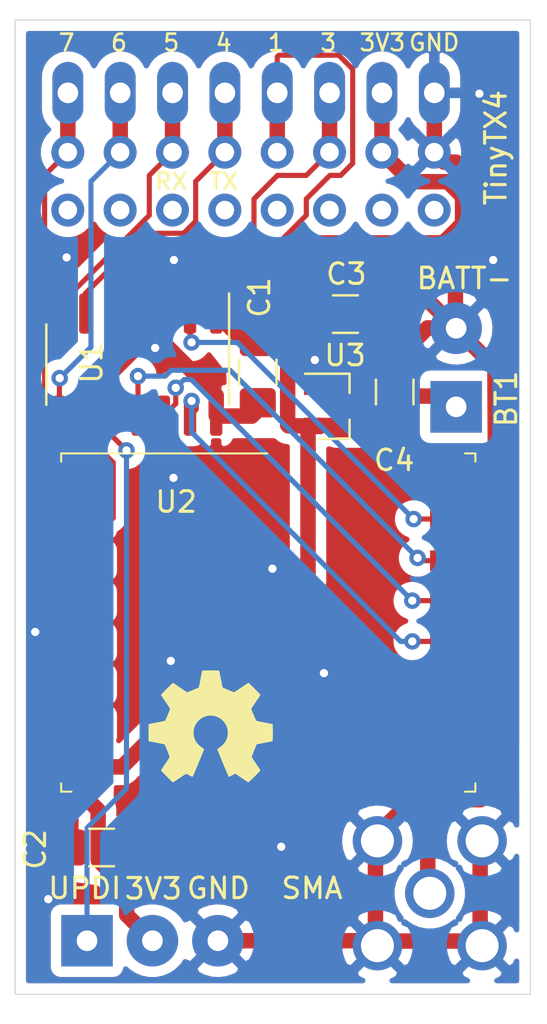
<source format=kicad_pcb>
(kicad_pcb (version 20171130) (host pcbnew "(5.1.5-0-10_14)")

  (general
    (thickness 1.6)
    (drawings 20)
    (tracks 236)
    (zones 0)
    (modules 14)
    (nets 17)
  )

  (page A4)
  (layers
    (0 F.Cu signal hide)
    (31 B.Cu signal)
    (32 B.Adhes user)
    (33 F.Adhes user)
    (34 B.Paste user)
    (35 F.Paste user)
    (36 B.SilkS user)
    (37 F.SilkS user)
    (38 B.Mask user)
    (39 F.Mask user)
    (40 Dwgs.User user)
    (41 Cmts.User user)
    (42 Eco1.User user)
    (43 Eco2.User user)
    (44 Edge.Cuts user)
    (45 Margin user)
    (46 B.CrtYd user)
    (47 F.CrtYd user)
    (48 B.Fab user)
    (49 F.Fab user hide)
  )

  (setup
    (last_trace_width 0.75)
    (user_trace_width 0.25)
    (user_trace_width 0.5)
    (user_trace_width 0.75)
    (user_trace_width 1)
    (user_trace_width 2)
    (trace_clearance 0.2)
    (zone_clearance 0.508)
    (zone_45_only no)
    (trace_min 0.127)
    (via_size 0.8)
    (via_drill 0.4)
    (via_min_size 0.45)
    (via_min_drill 0.3)
    (user_via 0.6 0.3)
    (user_via 0.8 0.4)
    (uvia_size 0.3)
    (uvia_drill 0.1)
    (uvias_allowed no)
    (uvia_min_size 0.2)
    (uvia_min_drill 0.1)
    (edge_width 0.1)
    (segment_width 0.2)
    (pcb_text_width 0.3)
    (pcb_text_size 1.5 1.5)
    (mod_edge_width 0.153)
    (mod_text_size 1 1)
    (mod_text_width 0.153)
    (pad_size 1.524 1.524)
    (pad_drill 0.762)
    (pad_to_mask_clearance 0)
    (aux_axis_origin 0 0)
    (visible_elements FFFFFF7F)
    (pcbplotparams
      (layerselection 0x010f0_ffffffff)
      (usegerberextensions false)
      (usegerberattributes false)
      (usegerberadvancedattributes false)
      (creategerberjobfile false)
      (excludeedgelayer true)
      (linewidth 0.100000)
      (plotframeref false)
      (viasonmask false)
      (mode 1)
      (useauxorigin false)
      (hpglpennumber 1)
      (hpglpenspeed 20)
      (hpglpendiameter 15.000000)
      (psnegative false)
      (psa4output false)
      (plotreference true)
      (plotvalue true)
      (plotinvisibletext false)
      (padsonsilk false)
      (subtractmaskfromsilk false)
      (outputformat 1)
      (mirror false)
      (drillshape 0)
      (scaleselection 1)
      (outputdirectory "gerber/"))
  )

  (net 0 "")
  (net 1 "Net-(U1-Pad13)")
  (net 2 "Net-(U1-Pad12)")
  (net 3 "Net-(U1-Pad11)")
  (net 4 "Net-(U1-Pad4)")
  (net 5 "Net-(U1-Pad2)")
  (net 6 GND)
  (net 7 "Net-(J1-Pad1)")
  (net 8 "Net-(J2-Pad8)")
  (net 9 "Net-(J2-Pad7)")
  (net 10 "Net-(J2-Pad6)")
  (net 11 "Net-(J2-Pad5)")
  (net 12 "Net-(J2-Pad3)")
  (net 13 "Net-(J2-Pad4)")
  (net 14 "Net-(C1-Pad1)")
  (net 15 "Net-(AE1-Pad1)")
  (net 16 "Net-(BT1-Pad1)")

  (net_class Default "This is the default net class."
    (clearance 0.2)
    (trace_width 0.25)
    (via_dia 0.8)
    (via_drill 0.4)
    (uvia_dia 0.3)
    (uvia_drill 0.1)
    (add_net GND)
    (add_net "Net-(AE1-Pad1)")
    (add_net "Net-(BT1-Pad1)")
    (add_net "Net-(C1-Pad1)")
    (add_net "Net-(J1-Pad1)")
    (add_net "Net-(J2-Pad3)")
    (add_net "Net-(J2-Pad4)")
    (add_net "Net-(J2-Pad5)")
    (add_net "Net-(J2-Pad6)")
    (add_net "Net-(J2-Pad7)")
    (add_net "Net-(J2-Pad8)")
    (add_net "Net-(U1-Pad11)")
    (add_net "Net-(U1-Pad12)")
    (add_net "Net-(U1-Pad13)")
    (add_net "Net-(U1-Pad2)")
    (add_net "Net-(U1-Pad4)")
  )

  (net_class Power ""
    (clearance 0.2)
    (trace_width 0.75)
    (via_dia 0.8)
    (via_drill 0.4)
    (uvia_dia 0.3)
    (uvia_drill 0.1)
  )

  (module kicad-custom:open-hardware (layer F.Cu) (tedit 0) (tstamp 6045A2C3)
    (at 23.368 48.006)
    (fp_text reference G*** (at 0 0) (layer F.SilkS) hide
      (effects (font (size 1.524 1.524) (thickness 0.3)))
    )
    (fp_text value LOGO (at 0.75 0) (layer F.SilkS) hide
      (effects (font (size 1.524 1.524) (thickness 0.3)))
    )
    (fp_poly (pts (xy 0.053123 -2.703696) (xy 0.131059 -2.703076) (xy 0.204769 -2.701946) (xy 0.271551 -2.700307)
      (xy 0.328703 -2.698163) (xy 0.373524 -2.695518) (xy 0.403312 -2.692373) (xy 0.415241 -2.688909)
      (xy 0.41955 -2.676168) (xy 0.426996 -2.645673) (xy 0.437115 -2.599668) (xy 0.449442 -2.540397)
      (xy 0.463512 -2.470103) (xy 0.478863 -2.391032) (xy 0.495028 -2.305427) (xy 0.498813 -2.285049)
      (xy 0.519804 -2.173146) (xy 0.537797 -2.08049) (xy 0.552972 -2.006259) (xy 0.565509 -1.94963)
      (xy 0.575588 -1.90978) (xy 0.583389 -1.885887) (xy 0.587787 -1.878008) (xy 0.600882 -1.870309)
      (xy 0.629891 -1.856377) (xy 0.67183 -1.837453) (xy 0.723719 -1.814779) (xy 0.782574 -1.789594)
      (xy 0.845414 -1.76314) (xy 0.909256 -1.736658) (xy 0.971119 -1.711388) (xy 1.02802 -1.688572)
      (xy 1.076978 -1.669449) (xy 1.115009 -1.655261) (xy 1.139133 -1.647249) (xy 1.145577 -1.64592)
      (xy 1.156775 -1.651496) (xy 1.182816 -1.667405) (xy 1.221832 -1.692417) (xy 1.271955 -1.725305)
      (xy 1.331318 -1.764838) (xy 1.398053 -1.809789) (xy 1.470292 -1.858929) (xy 1.494107 -1.875229)
      (xy 1.590046 -1.940602) (xy 1.670062 -1.99427) (xy 1.734629 -2.036533) (xy 1.784218 -2.06769)
      (xy 1.819304 -2.088042) (xy 1.840357 -2.097887) (xy 1.846687 -2.098813) (xy 1.858517 -2.090259)
      (xy 1.882301 -2.069183) (xy 1.916147 -2.037492) (xy 1.958159 -1.997095) (xy 2.006446 -1.949897)
      (xy 2.059112 -1.897808) (xy 2.114265 -1.842734) (xy 2.17001 -1.786582) (xy 2.224455 -1.73126)
      (xy 2.275705 -1.678675) (xy 2.321867 -1.630735) (xy 2.361048 -1.589348) (xy 2.391353 -1.55642)
      (xy 2.41089 -1.533858) (xy 2.417764 -1.523575) (xy 2.412105 -1.512156) (xy 2.39611 -1.485949)
      (xy 2.371029 -1.446854) (xy 2.338117 -1.396775) (xy 2.298624 -1.337613) (xy 2.253804 -1.27127)
      (xy 2.204908 -1.199649) (xy 2.194244 -1.184122) (xy 2.144632 -1.111524) (xy 2.098852 -1.043688)
      (xy 2.058157 -0.982532) (xy 2.0238 -0.929978) (xy 1.997033 -0.887946) (xy 1.97911 -0.858356)
      (xy 1.971283 -0.84313) (xy 1.97104 -0.841954) (xy 1.974996 -0.827733) (xy 1.986035 -0.797875)
      (xy 2.002911 -0.755277) (xy 2.024379 -0.702838) (xy 2.049194 -0.643455) (xy 2.076111 -0.580027)
      (xy 2.103884 -0.515451) (xy 2.131269 -0.452625) (xy 2.157019 -0.394447) (xy 2.17989 -0.343815)
      (xy 2.198637 -0.303627) (xy 2.212013 -0.276781) (xy 2.21829 -0.266556) (xy 2.231317 -0.261496)
      (xy 2.262308 -0.253339) (xy 2.309213 -0.242524) (xy 2.369985 -0.22949) (xy 2.442578 -0.214678)
      (xy 2.524943 -0.198526) (xy 2.611145 -0.182199) (xy 2.696668 -0.166038) (xy 2.776158 -0.150587)
      (xy 2.847335 -0.136321) (xy 2.907921 -0.123715) (xy 2.955637 -0.113245) (xy 2.988205 -0.105385)
      (xy 3.003345 -0.100612) (xy 3.003904 -0.100252) (xy 3.007515 -0.087344) (xy 3.01063 -0.056823)
      (xy 3.013247 -0.011391) (xy 3.015362 0.04625) (xy 3.016972 0.113399) (xy 3.018075 0.187355)
      (xy 3.018666 0.265416) (xy 3.018744 0.34488) (xy 3.018305 0.423046) (xy 3.017346 0.497213)
      (xy 3.015864 0.564679) (xy 3.013857 0.622742) (xy 3.01132 0.668701) (xy 3.008251 0.699854)
      (xy 3.00482 0.713302) (xy 2.994138 0.719238) (xy 2.969396 0.727041) (xy 2.929558 0.736939)
      (xy 2.873591 0.749159) (xy 2.800461 0.763929) (xy 2.709132 0.781478) (xy 2.62128 0.797854)
      (xy 2.536792 0.813628) (xy 2.458427 0.828621) (xy 2.388478 0.842366) (xy 2.329238 0.854398)
      (xy 2.283002 0.864251) (xy 2.252061 0.871457) (xy 2.238709 0.875552) (xy 2.238542 0.875668)
      (xy 2.231921 0.887174) (xy 2.219114 0.914842) (xy 2.201246 0.955875) (xy 2.179444 1.007476)
      (xy 2.154834 1.066848) (xy 2.128542 1.131194) (xy 2.101694 1.197718) (xy 2.075416 1.263623)
      (xy 2.050834 1.326112) (xy 2.029074 1.382387) (xy 2.011262 1.429652) (xy 1.998524 1.465111)
      (xy 1.991986 1.485966) (xy 1.99136 1.489621) (xy 1.996938 1.501511) (xy 2.012811 1.52811)
      (xy 2.037689 1.567434) (xy 2.070281 1.617499) (xy 2.109294 1.676321) (xy 2.153438 1.741917)
      (xy 2.200415 1.810835) (xy 2.248519 1.881152) (xy 2.293035 1.946566) (xy 2.332635 2.005096)
      (xy 2.365988 2.054764) (xy 2.391766 2.093589) (xy 2.408639 2.119593) (xy 2.415247 2.130712)
      (xy 2.409754 2.14146) (xy 2.39141 2.164336) (xy 2.362087 2.197467) (xy 2.323659 2.238976)
      (xy 2.277997 2.28699) (xy 2.226974 2.339632) (xy 2.172463 2.395028) (xy 2.116337 2.451303)
      (xy 2.060468 2.506583) (xy 2.006729 2.558992) (xy 1.956994 2.606654) (xy 1.913133 2.647697)
      (xy 1.877021 2.680243) (xy 1.85053 2.70242) (xy 1.835532 2.71235) (xy 1.833948 2.712705)
      (xy 1.820219 2.707111) (xy 1.792401 2.69139) (xy 1.753013 2.667126) (xy 1.704574 2.6359)
      (xy 1.649603 2.599296) (xy 1.60528 2.569042) (xy 1.540983 2.524787) (xy 1.475912 2.480165)
      (xy 1.413963 2.437831) (xy 1.359028 2.400447) (xy 1.315004 2.37067) (xy 1.298631 2.359686)
      (xy 1.200263 2.293981) (xy 1.047543 2.37381) (xy 0.99108 2.403061) (xy 0.949749 2.423628)
      (xy 0.92084 2.436555) (xy 0.901644 2.442885) (xy 0.889452 2.443663) (xy 0.881556 2.439932)
      (xy 0.879918 2.4384) (xy 0.87331 2.426305) (xy 0.859863 2.397264) (xy 0.840356 2.353159)
      (xy 0.815567 2.29587) (xy 0.786272 2.227279) (xy 0.753251 2.149267) (xy 0.717281 2.063714)
      (xy 0.67914 1.972503) (xy 0.639606 1.877513) (xy 0.599457 1.780627) (xy 0.559471 1.683725)
      (xy 0.520426 1.588688) (xy 0.483099 1.497397) (xy 0.44827 1.411734) (xy 0.416714 1.33358)
      (xy 0.389212 1.264816) (xy 0.36654 1.207322) (xy 0.349476 1.16298) (xy 0.338799 1.133671)
      (xy 0.33528 1.12143) (xy 0.341562 1.106577) (xy 0.36163 1.086871) (xy 0.397313 1.06067)
      (xy 0.4191 1.046228) (xy 0.460208 1.01676) (xy 0.508789 0.97763) (xy 0.558542 0.934117)
      (xy 0.599971 0.894711) (xy 0.642591 0.851063) (xy 0.674258 0.815411) (xy 0.699099 0.782125)
      (xy 0.721238 0.745577) (xy 0.7448 0.700139) (xy 0.749365 0.69088) (xy 0.783181 0.618397)
      (xy 0.807296 0.556281) (xy 0.82325 0.49797) (xy 0.832582 0.436905) (xy 0.836834 0.366522)
      (xy 0.837595 0.31496) (xy 0.837173 0.252318) (xy 0.834982 0.204016) (xy 0.830401 0.164103)
      (xy 0.822806 0.126631) (xy 0.81475 0.09652) (xy 0.768961 -0.027739) (xy 0.706639 -0.141267)
      (xy 0.629099 -0.242775) (xy 0.53765 -0.330976) (xy 0.433607 -0.404581) (xy 0.318279 -0.462301)
      (xy 0.20828 -0.49899) (xy 0.127213 -0.514018) (xy 0.035719 -0.520791) (xy -0.058269 -0.519315)
      (xy -0.146817 -0.509595) (xy -0.19812 -0.498746) (xy -0.318137 -0.457153) (xy -0.428565 -0.399407)
      (xy -0.52819 -0.327273) (xy -0.615795 -0.242513) (xy -0.690164 -0.146895) (xy -0.750081 -0.042181)
      (xy -0.794329 0.069863) (xy -0.821692 0.187473) (xy -0.830955 0.308883) (xy -0.824232 0.409724)
      (xy -0.798939 0.536682) (xy -0.757671 0.653021) (xy -0.699635 0.759995) (xy -0.62404 0.858857)
      (xy -0.530095 0.95086) (xy -0.43688 1.023435) (xy -0.396057 1.052907) (xy -0.361284 1.079068)
      (xy -0.335977 1.099272) (xy -0.323551 1.110875) (xy -0.323084 1.11157) (xy -0.321712 1.114139)
      (xy -0.320919 1.117356) (xy -0.321192 1.122446) (xy -0.323015 1.130633) (xy -0.326874 1.143141)
      (xy -0.333254 1.161197) (xy -0.34264 1.186023) (xy -0.355517 1.218845) (xy -0.372372 1.260888)
      (xy -0.393689 1.313376) (xy -0.419954 1.377533) (xy -0.451652 1.454585) (xy -0.489268 1.545755)
      (xy -0.533288 1.652269) (xy -0.584197 1.775351) (xy -0.630481 1.887224) (xy -0.685746 2.020238)
      (xy -0.733761 2.134588) (xy -0.774648 2.23055) (xy -0.808528 2.308398) (xy -0.835521 2.368404)
      (xy -0.855748 2.410844) (xy -0.869329 2.435991) (xy -0.875951 2.444058) (xy -0.891805 2.44146)
      (xy -0.922594 2.429498) (xy -0.965831 2.409269) (xy -1.019032 2.381868) (xy -1.028351 2.376865)
      (xy -1.077175 2.351252) (xy -1.12112 2.329564) (xy -1.156461 2.313538) (xy -1.179476 2.304908)
      (xy -1.184835 2.303901) (xy -1.197975 2.309472) (xy -1.225724 2.325367) (xy -1.26603 2.350273)
      (xy -1.316845 2.382876) (xy -1.376117 2.421865) (xy -1.441798 2.465926) (xy -1.503848 2.50825)
      (xy -1.573499 2.555717) (xy -1.638556 2.599285) (xy -1.696972 2.637639) (xy -1.746697 2.669466)
      (xy -1.785682 2.693453) (xy -1.811876 2.708284) (xy -1.822763 2.71272) (xy -1.83597 2.705862)
      (xy -1.861879 2.685158) (xy -1.900706 2.650409) (xy -1.952662 2.601418) (xy -2.01796 2.537987)
      (xy -2.096814 2.459919) (xy -2.12097 2.435791) (xy -2.202945 2.353216) (xy -2.270757 2.283698)
      (xy -2.324265 2.227388) (xy -2.363331 2.184437) (xy -2.387814 2.154995) (xy -2.397574 2.139212)
      (xy -2.39776 2.137977) (xy -2.39217 2.125024) (xy -2.376263 2.097421) (xy -2.351338 2.05719)
      (xy -2.318694 2.006353) (xy -2.279628 1.946934) (xy -2.235439 1.880955) (xy -2.18948 1.813436)
      (xy -2.141599 1.743071) (xy -2.097596 1.677329) (xy -2.05877 1.618234) (xy -2.026417 1.567807)
      (xy -2.001838 1.528071) (xy -1.98633 1.501047) (xy -1.981181 1.48895) (xy -1.98493 1.473336)
      (xy -1.995415 1.441927) (xy -2.011478 1.39762) (xy -2.03196 1.343312) (xy -2.055701 1.2819)
      (xy -2.081542 1.216281) (xy -2.108323 1.149351) (xy -2.134887 1.084006) (xy -2.160072 1.023144)
      (xy -2.182721 0.969661) (xy -2.201674 0.926455) (xy -2.215771 0.89642) (xy -2.223854 0.882456)
      (xy -2.223918 0.88239) (xy -2.236696 0.875852) (xy -2.264697 0.867317) (xy -2.308838 0.856581)
      (xy -2.370038 0.84344) (xy -2.449212 0.82769) (xy -2.547278 0.809126) (xy -2.58064 0.802956)
      (xy -2.682167 0.78425) (xy -2.765538 0.768783) (xy -2.832583 0.756099) (xy -2.885129 0.745743)
      (xy -2.925003 0.737262) (xy -2.954033 0.730201) (xy -2.974046 0.724105) (xy -2.986869 0.71852)
      (xy -2.994331 0.712992) (xy -2.998259 0.707065) (xy -3.000479 0.700286) (xy -3.000977 0.698421)
      (xy -3.002372 0.683314) (xy -3.003662 0.650305) (xy -3.004809 0.601812) (xy -3.005777 0.540254)
      (xy -3.006526 0.468049) (xy -3.00702 0.387616) (xy -3.007221 0.301371) (xy -3.007222 0.299121)
      (xy -3.007089 0.194835) (xy -3.006572 0.109324) (xy -3.005623 0.041049) (xy -3.004191 -0.011531)
      (xy -3.002229 -0.049957) (xy -2.999687 -0.07577) (xy -2.996515 -0.090511) (xy -2.99466 -0.094234)
      (xy -2.9855 -0.099938) (xy -2.964815 -0.107055) (xy -2.931265 -0.115883) (xy -2.883506 -0.126721)
      (xy -2.820199 -0.139868) (xy -2.74 -0.155622) (xy -2.641569 -0.174282) (xy -2.602146 -0.181632)
      (xy -2.498614 -0.201056) (xy -2.413552 -0.217469) (xy -2.345392 -0.231222) (xy -2.292563 -0.242668)
      (xy -2.253497 -0.252158) (xy -2.226625 -0.260046) (xy -2.210377 -0.266682) (xy -2.204381 -0.270878)
      (xy -2.195322 -0.285482) (xy -2.180012 -0.315846) (xy -2.159719 -0.359005) (xy -2.13571 -0.411992)
      (xy -2.109256 -0.47184) (xy -2.081623 -0.535585) (xy -2.054079 -0.600259) (xy -2.027894 -0.662896)
      (xy -2.004335 -0.720531) (xy -1.98467 -0.770196) (xy -1.970169 -0.808927) (xy -1.962098 -0.833757)
      (xy -1.96086 -0.840424) (xy -1.966503 -0.853913) (xy -1.982627 -0.882169) (xy -2.008037 -0.923332)
      (xy -2.041539 -0.975537) (xy -2.081938 -1.036922) (xy -2.12804 -1.105624) (xy -2.175846 -1.175704)
      (xy -2.224744 -1.247283) (xy -2.269999 -1.314375) (xy -2.310296 -1.374968) (xy -2.34432 -1.427046)
      (xy -2.370755 -1.468596) (xy -2.388286 -1.497603) (xy -2.395599 -1.512054) (xy -2.395677 -1.512382)
      (xy -2.395123 -1.520329) (xy -2.389905 -1.531604) (xy -2.378797 -1.547561) (xy -2.36057 -1.569556)
      (xy -2.333999 -1.598947) (xy -2.297855 -1.637087) (xy -2.250913 -1.685334) (xy -2.191945 -1.745043)
      (xy -2.119724 -1.817569) (xy -2.117212 -1.820085) (xy -2.040887 -1.896029) (xy -1.974532 -1.961028)
      (xy -1.918867 -2.014406) (xy -1.874616 -2.055486) (xy -1.842501 -2.083594) (xy -1.823244 -2.098051)
      (xy -1.818217 -2.099908) (xy -1.806545 -2.093422) (xy -1.780115 -2.07666) (xy -1.740872 -2.050921)
      (xy -1.690762 -2.017503) (xy -1.631727 -1.977702) (xy -1.565714 -1.932817) (xy -1.494667 -1.884146)
      (xy -1.488017 -1.879572) (xy -1.416126 -1.830319) (xy -1.348663 -1.784496) (xy -1.287648 -1.743445)
      (xy -1.235105 -1.70851) (xy -1.193054 -1.681036) (xy -1.163519 -1.662365) (xy -1.14852 -1.653842)
      (xy -1.14808 -1.653665) (xy -1.137727 -1.651911) (xy -1.122337 -1.653525) (xy -1.099793 -1.659233)
      (xy -1.067981 -1.669759) (xy -1.024783 -1.685826) (xy -0.968082 -1.708159) (xy -0.895763 -1.737483)
      (xy -0.85852 -1.752758) (xy -0.789469 -1.781143) (xy -0.726258 -1.807122) (xy -0.671414 -1.829656)
      (xy -0.627462 -1.847708) (xy -0.596928 -1.860239) (xy -0.582339 -1.866214) (xy -0.581753 -1.866452)
      (xy -0.576661 -1.869671) (xy -0.571742 -1.876211) (xy -0.566601 -1.887835) (xy -0.560839 -1.906303)
      (xy -0.554061 -1.933376) (xy -0.54587 -1.970816) (xy -0.535869 -2.020383) (xy -0.52366 -2.08384)
      (xy -0.508848 -2.162947) (xy -0.491035 -2.259465) (xy -0.481503 -2.3114) (xy -0.461794 -2.417454)
      (xy -0.445018 -2.504474) (xy -0.430945 -2.5735) (xy -0.419348 -2.625572) (xy -0.409998 -2.661729)
      (xy -0.402666 -2.68301) (xy -0.398322 -2.68986) (xy -0.383834 -2.693446) (xy -0.351958 -2.696495)
      (xy -0.305398 -2.69901) (xy -0.246854 -2.700995) (xy -0.179029 -2.702453) (xy -0.104623 -2.703387)
      (xy -0.026339 -2.7038) (xy 0.053123 -2.703696)) (layer F.SilkS) (width 0.01))
  )

  (module molex_SMA:MOLEX_73391-0060 (layer F.Cu) (tedit 60453DB6) (tstamp 60459D99)
    (at 34.00552 56.10352)
    (path /6051B40C)
    (fp_text reference J5 (at -0.825265 -4.836565) (layer F.SilkS) hide
      (effects (font (size 1.000323 1.000323) (thickness 0.015)))
    )
    (fp_text value 73391-0060 (at 6.06363 4.86791) (layer F.Fab)
      (effects (font (size 1.000598 1.000598) (thickness 0.015)))
    )
    (fp_line (start -4 4.1) (end -4 -4) (layer F.CrtYd) (width 0.127))
    (fp_line (start 4.1 4.1) (end -4 4.1) (layer F.CrtYd) (width 0.127))
    (fp_line (start 4.1 -4) (end 4.1 4.1) (layer F.CrtYd) (width 0.127))
    (fp_line (start -4 -4) (end 4.1 -4) (layer F.CrtYd) (width 0.127))
    (fp_line (start 3.15 3.1) (end 3.15 -3.1) (layer F.Fab) (width 0.127))
    (fp_line (start 3.12 3.1) (end 3.15 3.1) (layer F.Fab) (width 0.127))
    (fp_line (start -3.09 -3.1) (end -3.09 3.11) (layer F.Fab) (width 0.127))
    (fp_line (start -3.1 -3.1) (end -3.09 -3.1) (layer F.Fab) (width 0.127))
    (fp_line (start -3.105 3.105) (end 3.105 3.105) (layer F.Fab) (width 0.127))
    (fp_line (start -3.09 -3.1) (end 3.1 -3.1) (layer F.Fab) (width 0.127))
    (pad 5 thru_hole circle (at 2.54 2.54) (size 2.4 2.4) (drill 1.6) (layers *.Cu *.Mask)
      (net 6 GND))
    (pad 4 thru_hole circle (at -2.54 2.54) (size 2.4 2.4) (drill 1.6) (layers *.Cu *.Mask)
      (net 6 GND))
    (pad 3 thru_hole circle (at 2.54 -2.54) (size 2.4 2.4) (drill 1.6) (layers *.Cu *.Mask)
      (net 6 GND))
    (pad 2 thru_hole circle (at -2.54 -2.54) (size 2.4 2.4) (drill 1.6) (layers *.Cu *.Mask)
      (net 6 GND))
    (pad 1 thru_hole circle (at 0 0) (size 2.4 2.4) (drill 1.6) (layers *.Cu *.Mask)
      (net 15 "Net-(AE1-Pad1)"))
  )

  (module RF_Module:HOPERF_RFM69HW (layer F.Cu) (tedit 5A030172) (tstamp 603D5D14)
    (at 26.1688 42.97656)
    (descr "Radio, RF, Module, http://www.hoperf.com/upload/rf/RFM69HW-V1.3.pdf")
    (tags "Radio RF Module")
    (path /603D5786)
    (attr smd)
    (fp_text reference U2 (at -4.47216 -5.84932) (layer F.SilkS)
      (effects (font (size 1 1) (thickness 0.15)))
    )
    (fp_text value RFM69HW (at 0 2.5) (layer F.Fab)
      (effects (font (size 1 1) (thickness 0.15)))
    )
    (fp_line (start -9.85 8) (end -9.85 -8) (layer F.Fab) (width 0.1))
    (fp_line (start 9.85 8) (end -9.85 8) (layer F.Fab) (width 0.1))
    (fp_line (start 9.85 -8) (end 9.85 8) (layer F.Fab) (width 0.1))
    (fp_line (start -9.85 -8) (end 9.85 -8) (layer F.Fab) (width 0.1))
    (fp_line (start -10.05 -8.2) (end -10.05 -7.8) (layer F.SilkS) (width 0.1))
    (fp_line (start 10.05 -8.2) (end 10.05 -7.8) (layer F.SilkS) (width 0.1))
    (fp_line (start 9.55 -8.2) (end 10.05 -8.2) (layer F.SilkS) (width 0.1))
    (fp_line (start 10.05 7.8) (end 10.05 8.2) (layer F.SilkS) (width 0.1))
    (fp_line (start 9.55 8.2) (end 10.05 8.2) (layer F.SilkS) (width 0.1))
    (fp_line (start -10.05 7.8) (end -10.05 8.2) (layer F.SilkS) (width 0.1))
    (fp_line (start -10.05 8.2) (end -9.55 8.2) (layer F.SilkS) (width 0.1))
    (fp_text user %R (at 0 0) (layer F.Fab)
      (effects (font (size 1 1) (thickness 0.15)))
    )
    (fp_line (start -10.05 -8.2) (end -0.05 -8.2) (layer F.SilkS) (width 0.1))
    (fp_circle (center -7 -7) (end -7.5 -7) (layer F.Fab) (width 0.1))
    (fp_line (start -10.6 8.25) (end -10.6 -8.25) (layer F.CrtYd) (width 0.05))
    (fp_line (start 10.6 8.25) (end -10.6 8.25) (layer F.CrtYd) (width 0.05))
    (fp_line (start 10.6 -8.25) (end 10.6 8.25) (layer F.CrtYd) (width 0.05))
    (fp_line (start -10.6 -8.25) (end 10.6 -8.25) (layer F.CrtYd) (width 0.05))
    (pad 1 smd rect (at -9.1 -7) (size 2.5 1) (layers F.Cu F.Paste F.Mask))
    (pad 2 smd rect (at -9.1 -5) (size 2.5 1) (layers F.Cu F.Paste F.Mask)
      (net 4 "Net-(U1-Pad4)"))
    (pad 3 smd rect (at -9.1 -3) (size 2.5 1) (layers F.Cu F.Paste F.Mask))
    (pad 4 smd rect (at -9.1 -1) (size 2.5 1) (layers F.Cu F.Paste F.Mask))
    (pad 5 smd rect (at -9.1 1) (size 2.5 1) (layers F.Cu F.Paste F.Mask))
    (pad 6 smd rect (at -9.1 3) (size 2.5 1) (layers F.Cu F.Paste F.Mask))
    (pad 7 smd rect (at -9.1 5) (size 2.5 1) (layers F.Cu F.Paste F.Mask))
    (pad 8 smd rect (at -9.1 7) (size 2.5 1) (layers F.Cu F.Paste F.Mask)
      (net 14 "Net-(C1-Pad1)"))
    (pad 9 smd rect (at 9.1 7) (size 2.5 1) (layers F.Cu F.Paste F.Mask)
      (net 6 GND))
    (pad 10 smd rect (at 9.1 5) (size 2.5 1) (layers F.Cu F.Paste F.Mask)
      (net 15 "Net-(AE1-Pad1)"))
    (pad 11 smd rect (at 9.1 3) (size 2.5 1) (layers F.Cu F.Paste F.Mask)
      (net 6 GND))
    (pad 12 smd rect (at 9.1 1) (size 2.5 1) (layers F.Cu F.Paste F.Mask)
      (net 1 "Net-(U1-Pad13)"))
    (pad 13 smd rect (at 9.1 -1) (size 2.5 1) (layers F.Cu F.Paste F.Mask)
      (net 2 "Net-(U1-Pad12)"))
    (pad 14 smd rect (at 9.1 -3) (size 2.5 1) (layers F.Cu F.Paste F.Mask)
      (net 3 "Net-(U1-Pad11)"))
    (pad 15 smd rect (at 9.1 -5) (size 2.5 1) (layers F.Cu F.Paste F.Mask)
      (net 5 "Net-(U1-Pad2)"))
    (pad 16 smd rect (at 9.1 -7) (size 2.5 1) (layers F.Cu F.Paste F.Mask))
    (model ${KISYS3DMOD}/RF_Module.3dshapes/HOPERF_RFM69HW.wrl
      (at (xyz 0 0 0))
      (scale (xyz 1 1 1))
      (rotate (xyz 0 0 0))
    )
  )

  (module Capacitor_SMD:C_1206_3216Metric_Pad1.42x1.75mm_HandSolder (layer F.Cu) (tedit 5B301BBE) (tstamp 60441102)
    (at 18.07878 53.88356)
    (descr "Capacitor SMD 1206 (3216 Metric), square (rectangular) end terminal, IPC_7351 nominal with elongated pad for handsoldering. (Body size source: http://www.tortai-tech.com/upload/download/2011102023233369053.pdf), generated with kicad-footprint-generator")
    (tags "capacitor handsolder")
    (path /603FCA96)
    (attr smd)
    (fp_text reference C2 (at -3.21978 0.09144 90) (layer F.SilkS)
      (effects (font (size 1 1) (thickness 0.15)))
    )
    (fp_text value 0.1uF (at 0 1.82) (layer F.Fab)
      (effects (font (size 1 1) (thickness 0.15)))
    )
    (fp_text user %R (at 0 0) (layer F.Fab)
      (effects (font (size 0.8 0.8) (thickness 0.12)))
    )
    (fp_line (start 2.45 1.12) (end -2.45 1.12) (layer F.CrtYd) (width 0.05))
    (fp_line (start 2.45 -1.12) (end 2.45 1.12) (layer F.CrtYd) (width 0.05))
    (fp_line (start -2.45 -1.12) (end 2.45 -1.12) (layer F.CrtYd) (width 0.05))
    (fp_line (start -2.45 1.12) (end -2.45 -1.12) (layer F.CrtYd) (width 0.05))
    (fp_line (start -0.602064 0.91) (end 0.602064 0.91) (layer F.SilkS) (width 0.12))
    (fp_line (start -0.602064 -0.91) (end 0.602064 -0.91) (layer F.SilkS) (width 0.12))
    (fp_line (start 1.6 0.8) (end -1.6 0.8) (layer F.Fab) (width 0.1))
    (fp_line (start 1.6 -0.8) (end 1.6 0.8) (layer F.Fab) (width 0.1))
    (fp_line (start -1.6 -0.8) (end 1.6 -0.8) (layer F.Fab) (width 0.1))
    (fp_line (start -1.6 0.8) (end -1.6 -0.8) (layer F.Fab) (width 0.1))
    (pad 2 smd roundrect (at 1.4875 0) (size 1.425 1.75) (layers F.Cu F.Paste F.Mask) (roundrect_rratio 0.175439)
      (net 6 GND))
    (pad 1 smd roundrect (at -1.4875 0) (size 1.425 1.75) (layers F.Cu F.Paste F.Mask) (roundrect_rratio 0.175439)
      (net 14 "Net-(C1-Pad1)"))
    (model ${KISYS3DMOD}/Capacitor_SMD.3dshapes/C_1206_3216Metric.wrl
      (at (xyz 0 0 0))
      (scale (xyz 1 1 1))
      (rotate (xyz 0 0 0))
    )
  )

  (module kicad-custom:SolderWirePad_1x08_Drill1mm (layer F.Cu) (tedit 603F6355) (tstamp 60440E42)
    (at 25.42032 25.85212 180)
    (path /60476D5A)
    (fp_text reference J3 (at -12.00404 -0.60452) (layer F.SilkS) hide
      (effects (font (size 1 1) (thickness 0.15)))
    )
    (fp_text value Conn_01x08_Female (at 0 -0.5) (layer F.Fab)
      (effects (font (size 1 1) (thickness 0.15)))
    )
    (pad 8 thru_hole circle (at 8.98 2.875 270) (size 1.6 1.6) (drill 0.9) (layers *.Cu *.Mask))
    (pad 7 thru_hole circle (at 6.44 2.875 270) (size 1.6 1.6) (drill 0.9) (layers *.Cu *.Mask))
    (pad 6 thru_hole circle (at 3.9 2.875 270) (size 1.6 1.6) (drill 0.9) (layers *.Cu *.Mask))
    (pad 5 thru_hole circle (at 1.36 2.875 270) (size 1.6 1.6) (drill 0.9) (layers *.Cu *.Mask))
    (pad 4 thru_hole circle (at -1.18 2.875 270) (size 1.6 1.6) (drill 0.9) (layers *.Cu *.Mask))
    (pad 3 thru_hole circle (at -3.72 2.875 270) (size 1.6 1.6) (drill 0.9) (layers *.Cu *.Mask))
    (pad 2 thru_hole circle (at -6.26 2.875 270) (size 1.6 1.6) (drill 0.9) (layers *.Cu *.Mask))
    (pad 1 thru_hole circle (at -8.8 2.875 270) (size 1.6 1.6) (drill 0.9) (layers *.Cu *.Mask))
  )

  (module Connector_Wire:SolderWirePad_1x02_P3.81mm_Drill1mm (layer F.Cu) (tedit 5AEE5F04) (tstamp 60440FE3)
    (at 35.28568 32.51708 90)
    (descr "Wire solder connection")
    (tags connector)
    (path /60432650)
    (attr virtual)
    (fp_text reference BT1 (at 0.38608 2.43332 270) (layer F.SilkS)
      (effects (font (size 1 1) (thickness 0.15)))
    )
    (fp_text value Battery (at 1.905 3.81 90) (layer F.Fab)
      (effects (font (size 1 1) (thickness 0.15)))
    )
    (fp_line (start 5.56 1.75) (end -1.74 1.75) (layer F.CrtYd) (width 0.05))
    (fp_line (start 5.56 1.75) (end 5.56 -1.75) (layer F.CrtYd) (width 0.05))
    (fp_line (start -1.74 -1.75) (end -1.74 1.75) (layer F.CrtYd) (width 0.05))
    (fp_line (start -1.74 -1.75) (end 5.56 -1.75) (layer F.CrtYd) (width 0.05))
    (fp_text user %R (at 1.905 0 90) (layer F.Fab)
      (effects (font (size 1 1) (thickness 0.15)))
    )
    (pad 2 thru_hole circle (at 3.81 0 90) (size 2.49936 2.49936) (drill 1.00076) (layers *.Cu *.Mask)
      (net 6 GND))
    (pad 1 thru_hole rect (at 0 0 90) (size 2.49936 2.49936) (drill 1.00076) (layers *.Cu *.Mask)
      (net 16 "Net-(BT1-Pad1)"))
  )

  (module kicad-custom:SolderWirePad_1x08_Drill1mm (layer F.Cu) (tedit 603F6355) (tstamp 603FABC4)
    (at 25.42032 23.0454 180)
    (path /60473A43)
    (fp_text reference J4 (at -10.5664 -2.41048) (layer F.SilkS) hide
      (effects (font (size 1 1) (thickness 0.15)))
    )
    (fp_text value Conn_01x08_Female (at 0 -0.5) (layer F.Fab)
      (effects (font (size 1 1) (thickness 0.15)))
    )
    (pad 8 thru_hole circle (at 8.98 2.875 270) (size 1.6 1.6) (drill 0.9) (layers *.Cu *.Mask)
      (net 8 "Net-(J2-Pad8)"))
    (pad 7 thru_hole circle (at 6.44 2.875 270) (size 1.6 1.6) (drill 0.9) (layers *.Cu *.Mask)
      (net 9 "Net-(J2-Pad7)"))
    (pad 6 thru_hole circle (at 3.9 2.875 270) (size 1.6 1.6) (drill 0.9) (layers *.Cu *.Mask)
      (net 10 "Net-(J2-Pad6)"))
    (pad 5 thru_hole circle (at 1.36 2.875 270) (size 1.6 1.6) (drill 0.9) (layers *.Cu *.Mask)
      (net 11 "Net-(J2-Pad5)"))
    (pad 4 thru_hole circle (at -1.18 2.875 270) (size 1.6 1.6) (drill 0.9) (layers *.Cu *.Mask)
      (net 13 "Net-(J2-Pad4)"))
    (pad 3 thru_hole circle (at -3.72 2.875 270) (size 1.6 1.6) (drill 0.9) (layers *.Cu *.Mask)
      (net 12 "Net-(J2-Pad3)"))
    (pad 2 thru_hole circle (at -6.26 2.875 270) (size 1.6 1.6) (drill 0.9) (layers *.Cu *.Mask)
      (net 14 "Net-(C1-Pad1)"))
    (pad 1 thru_hole circle (at -8.8 2.875 270) (size 1.6 1.6) (drill 0.9) (layers *.Cu *.Mask)
      (net 6 GND))
  )

  (module Capacitor_SMD:C_1206_3216Metric_Pad1.42x1.75mm_HandSolder (layer F.Cu) (tedit 5B301BBE) (tstamp 603F5B0F)
    (at 29.91518 28.02128 180)
    (descr "Capacitor SMD 1206 (3216 Metric), square (rectangular) end terminal, IPC_7351 nominal with elongated pad for handsoldering. (Body size source: http://www.tortai-tech.com/upload/download/2011102023233369053.pdf), generated with kicad-footprint-generator")
    (tags "capacitor handsolder")
    (path /604375DF)
    (attr smd)
    (fp_text reference C3 (at -0.04158 1.94564) (layer F.SilkS)
      (effects (font (size 1 1) (thickness 0.15)))
    )
    (fp_text value 1uF (at 0 1.82) (layer F.Fab)
      (effects (font (size 1 1) (thickness 0.15)))
    )
    (fp_text user %R (at 0 0) (layer F.Fab)
      (effects (font (size 0.8 0.8) (thickness 0.12)))
    )
    (fp_line (start 2.45 1.12) (end -2.45 1.12) (layer F.CrtYd) (width 0.05))
    (fp_line (start 2.45 -1.12) (end 2.45 1.12) (layer F.CrtYd) (width 0.05))
    (fp_line (start -2.45 -1.12) (end 2.45 -1.12) (layer F.CrtYd) (width 0.05))
    (fp_line (start -2.45 1.12) (end -2.45 -1.12) (layer F.CrtYd) (width 0.05))
    (fp_line (start -0.602064 0.91) (end 0.602064 0.91) (layer F.SilkS) (width 0.12))
    (fp_line (start -0.602064 -0.91) (end 0.602064 -0.91) (layer F.SilkS) (width 0.12))
    (fp_line (start 1.6 0.8) (end -1.6 0.8) (layer F.Fab) (width 0.1))
    (fp_line (start 1.6 -0.8) (end 1.6 0.8) (layer F.Fab) (width 0.1))
    (fp_line (start -1.6 -0.8) (end 1.6 -0.8) (layer F.Fab) (width 0.1))
    (fp_line (start -1.6 0.8) (end -1.6 -0.8) (layer F.Fab) (width 0.1))
    (pad 2 smd roundrect (at 1.4875 0 180) (size 1.425 1.75) (layers F.Cu F.Paste F.Mask) (roundrect_rratio 0.175439)
      (net 6 GND))
    (pad 1 smd roundrect (at -1.4875 0 180) (size 1.425 1.75) (layers F.Cu F.Paste F.Mask) (roundrect_rratio 0.175439)
      (net 16 "Net-(BT1-Pad1)"))
    (model ${KISYS3DMOD}/Capacitor_SMD.3dshapes/C_1206_3216Metric.wrl
      (at (xyz 0 0 0))
      (scale (xyz 1 1 1))
      (rotate (xyz 0 0 0))
    )
  )

  (module Package_SO:SOIC-14_3.9x8.7mm_P1.27mm (layer F.Cu) (tedit 5D9F72B1) (tstamp 60440F11)
    (at 19.83232 30.46984 270)
    (descr "SOIC, 14 Pin (JEDEC MS-012AB, https://www.analog.com/media/en/package-pcb-resources/package/pkg_pdf/soic_narrow-r/r_14.pdf), generated with kicad-footprint-generator ipc_gullwing_generator.py")
    (tags "SOIC SO")
    (path /603D5D19)
    (attr smd)
    (fp_text reference U1 (at -0.08636 2.23012 90) (layer F.SilkS)
      (effects (font (size 1 1) (thickness 0.15)))
    )
    (fp_text value ATtiny1614-SS (at 0 5.28 90) (layer F.Fab)
      (effects (font (size 1 1) (thickness 0.15)))
    )
    (fp_text user %R (at 0 0 90) (layer F.Fab)
      (effects (font (size 0.98 0.98) (thickness 0.15)))
    )
    (fp_line (start 3.7 -4.58) (end -3.7 -4.58) (layer F.CrtYd) (width 0.05))
    (fp_line (start 3.7 4.58) (end 3.7 -4.58) (layer F.CrtYd) (width 0.05))
    (fp_line (start -3.7 4.58) (end 3.7 4.58) (layer F.CrtYd) (width 0.05))
    (fp_line (start -3.7 -4.58) (end -3.7 4.58) (layer F.CrtYd) (width 0.05))
    (fp_line (start -1.95 -3.35) (end -0.975 -4.325) (layer F.Fab) (width 0.1))
    (fp_line (start -1.95 4.325) (end -1.95 -3.35) (layer F.Fab) (width 0.1))
    (fp_line (start 1.95 4.325) (end -1.95 4.325) (layer F.Fab) (width 0.1))
    (fp_line (start 1.95 -4.325) (end 1.95 4.325) (layer F.Fab) (width 0.1))
    (fp_line (start -0.975 -4.325) (end 1.95 -4.325) (layer F.Fab) (width 0.1))
    (fp_line (start 0 -4.435) (end -3.45 -4.435) (layer F.SilkS) (width 0.12))
    (fp_line (start 0 -4.435) (end 1.95 -4.435) (layer F.SilkS) (width 0.12))
    (fp_line (start 0 4.435) (end -1.95 4.435) (layer F.SilkS) (width 0.12))
    (fp_line (start 0 4.435) (end 1.95 4.435) (layer F.SilkS) (width 0.12))
    (pad 14 smd roundrect (at 2.475 -3.81 270) (size 1.95 0.6) (layers F.Cu F.Paste F.Mask) (roundrect_rratio 0.25)
      (net 6 GND))
    (pad 13 smd roundrect (at 2.475 -2.54 270) (size 1.95 0.6) (layers F.Cu F.Paste F.Mask) (roundrect_rratio 0.25)
      (net 1 "Net-(U1-Pad13)"))
    (pad 12 smd roundrect (at 2.475 -1.27 270) (size 1.95 0.6) (layers F.Cu F.Paste F.Mask) (roundrect_rratio 0.25)
      (net 2 "Net-(U1-Pad12)"))
    (pad 11 smd roundrect (at 2.475 0 270) (size 1.95 0.6) (layers F.Cu F.Paste F.Mask) (roundrect_rratio 0.25)
      (net 3 "Net-(U1-Pad11)"))
    (pad 10 smd roundrect (at 2.475 1.27 270) (size 1.95 0.6) (layers F.Cu F.Paste F.Mask) (roundrect_rratio 0.25)
      (net 7 "Net-(J1-Pad1)"))
    (pad 9 smd roundrect (at 2.475 2.54 270) (size 1.95 0.6) (layers F.Cu F.Paste F.Mask) (roundrect_rratio 0.25)
      (net 8 "Net-(J2-Pad8)"))
    (pad 8 smd roundrect (at 2.475 3.81 270) (size 1.95 0.6) (layers F.Cu F.Paste F.Mask) (roundrect_rratio 0.25)
      (net 9 "Net-(J2-Pad7)"))
    (pad 7 smd roundrect (at -2.475 3.81 270) (size 1.95 0.6) (layers F.Cu F.Paste F.Mask) (roundrect_rratio 0.25)
      (net 10 "Net-(J2-Pad6)"))
    (pad 6 smd roundrect (at -2.475 2.54 270) (size 1.95 0.6) (layers F.Cu F.Paste F.Mask) (roundrect_rratio 0.25)
      (net 11 "Net-(J2-Pad5)"))
    (pad 5 smd roundrect (at -2.475 1.27 270) (size 1.95 0.6) (layers F.Cu F.Paste F.Mask) (roundrect_rratio 0.25)
      (net 12 "Net-(J2-Pad3)"))
    (pad 4 smd roundrect (at -2.475 0 270) (size 1.95 0.6) (layers F.Cu F.Paste F.Mask) (roundrect_rratio 0.25)
      (net 4 "Net-(U1-Pad4)"))
    (pad 3 smd roundrect (at -2.475 -1.27 270) (size 1.95 0.6) (layers F.Cu F.Paste F.Mask) (roundrect_rratio 0.25)
      (net 13 "Net-(J2-Pad4)"))
    (pad 2 smd roundrect (at -2.475 -2.54 270) (size 1.95 0.6) (layers F.Cu F.Paste F.Mask) (roundrect_rratio 0.25)
      (net 5 "Net-(U1-Pad2)"))
    (pad 1 smd roundrect (at -2.475 -3.81 270) (size 1.95 0.6) (layers F.Cu F.Paste F.Mask) (roundrect_rratio 0.25)
      (net 14 "Net-(C1-Pad1)"))
    (model ${KISYS3DMOD}/Package_SO.3dshapes/SOIC-14_3.9x8.7mm_P1.27mm.wrl
      (at (xyz 0 0 0))
      (scale (xyz 1 1 1))
      (rotate (xyz 0 0 0))
    )
  )

  (module kicad-custom:SolderWirePadOval_1x08_Drill1mm (layer F.Cu) (tedit 603F5FF2) (tstamp 603FABA3)
    (at 25.42396 20.16732 180)
    (path /603FEC92)
    (fp_text reference J2 (at 0.07476 -10.55652) (layer F.SilkS) hide
      (effects (font (size 1 1) (thickness 0.15)))
    )
    (fp_text value Conn_01x08_Female (at 0 -0.5) (layer F.Fab)
      (effects (font (size 1 1) (thickness 0.15)))
    )
    (pad 8 thru_hole oval (at 8.98 2.875 270) (size 3 1.5) (drill 1) (layers *.Cu *.Mask)
      (net 8 "Net-(J2-Pad8)"))
    (pad 7 thru_hole oval (at 6.44 2.875 270) (size 3 1.5) (drill 1) (layers *.Cu *.Mask)
      (net 9 "Net-(J2-Pad7)"))
    (pad 6 thru_hole oval (at 3.9 2.875 270) (size 3 1.5) (drill 1) (layers *.Cu *.Mask)
      (net 10 "Net-(J2-Pad6)"))
    (pad 5 thru_hole oval (at 1.36 2.875 270) (size 3 1.5) (drill 1) (layers *.Cu *.Mask)
      (net 11 "Net-(J2-Pad5)"))
    (pad 4 thru_hole oval (at -1.18 2.875 270) (size 3 1.5) (drill 1) (layers *.Cu *.Mask)
      (net 13 "Net-(J2-Pad4)"))
    (pad 3 thru_hole oval (at -3.72 2.875 270) (size 3 1.5) (drill 1) (layers *.Cu *.Mask)
      (net 12 "Net-(J2-Pad3)"))
    (pad 2 thru_hole oval (at -6.26 2.875 270) (size 3 1.5) (drill 1) (layers *.Cu *.Mask)
      (net 14 "Net-(C1-Pad1)"))
    (pad 1 thru_hole oval (at -8.8 2.875 270) (size 3 1.5) (drill 1) (layers *.Cu *.Mask)
      (net 6 GND))
  )

  (module Package_TO_SOT_SMD:SOT-23 (layer F.Cu) (tedit 5A02FF57) (tstamp 604410A9)
    (at 29.35224 32.49168)
    (descr "SOT-23, Standard")
    (tags SOT-23)
    (path /60444D6C)
    (attr smd)
    (fp_text reference U3 (at 0.54356 -2.46888) (layer F.SilkS)
      (effects (font (size 1 1) (thickness 0.15)))
    )
    (fp_text value MCP1703A-3302_SOT23 (at 0 2.5) (layer F.Fab)
      (effects (font (size 1 1) (thickness 0.15)))
    )
    (fp_line (start 0.76 1.58) (end -0.7 1.58) (layer F.SilkS) (width 0.12))
    (fp_line (start 0.76 -1.58) (end -1.4 -1.58) (layer F.SilkS) (width 0.12))
    (fp_line (start -1.7 1.75) (end -1.7 -1.75) (layer F.CrtYd) (width 0.05))
    (fp_line (start 1.7 1.75) (end -1.7 1.75) (layer F.CrtYd) (width 0.05))
    (fp_line (start 1.7 -1.75) (end 1.7 1.75) (layer F.CrtYd) (width 0.05))
    (fp_line (start -1.7 -1.75) (end 1.7 -1.75) (layer F.CrtYd) (width 0.05))
    (fp_line (start 0.76 -1.58) (end 0.76 -0.65) (layer F.SilkS) (width 0.12))
    (fp_line (start 0.76 1.58) (end 0.76 0.65) (layer F.SilkS) (width 0.12))
    (fp_line (start -0.7 1.52) (end 0.7 1.52) (layer F.Fab) (width 0.1))
    (fp_line (start 0.7 -1.52) (end 0.7 1.52) (layer F.Fab) (width 0.1))
    (fp_line (start -0.7 -0.95) (end -0.15 -1.52) (layer F.Fab) (width 0.1))
    (fp_line (start -0.15 -1.52) (end 0.7 -1.52) (layer F.Fab) (width 0.1))
    (fp_line (start -0.7 -0.95) (end -0.7 1.5) (layer F.Fab) (width 0.1))
    (fp_text user %R (at 0 0 90) (layer F.Fab)
      (effects (font (size 0.5 0.5) (thickness 0.075)))
    )
    (pad 3 smd rect (at 1 0) (size 0.9 0.8) (layers F.Cu F.Paste F.Mask)
      (net 16 "Net-(BT1-Pad1)"))
    (pad 2 smd rect (at -1 0.95) (size 0.9 0.8) (layers F.Cu F.Paste F.Mask)
      (net 14 "Net-(C1-Pad1)"))
    (pad 1 smd rect (at -1 -0.95) (size 0.9 0.8) (layers F.Cu F.Paste F.Mask)
      (net 6 GND))
    (model ${KISYS3DMOD}/Package_TO_SOT_SMD.3dshapes/SOT-23.wrl
      (at (xyz 0 0 0))
      (scale (xyz 1 1 1))
      (rotate (xyz 0 0 0))
    )
  )

  (module Capacitor_SMD:C_1206_3216Metric_Pad1.42x1.75mm_HandSolder (layer F.Cu) (tedit 5B301BBE) (tstamp 6044104C)
    (at 32.30372 31.79666 90)
    (descr "Capacitor SMD 1206 (3216 Metric), square (rectangular) end terminal, IPC_7351 nominal with elongated pad for handsoldering. (Body size source: http://www.tortai-tech.com/upload/download/2011102023233369053.pdf), generated with kicad-footprint-generator")
    (tags "capacitor handsolder")
    (path /60437E23)
    (attr smd)
    (fp_text reference C4 (at -3.31122 -0.0254 180) (layer F.SilkS)
      (effects (font (size 1 1) (thickness 0.15)))
    )
    (fp_text value 1uF (at 0 1.82 90) (layer F.Fab)
      (effects (font (size 1 1) (thickness 0.15)))
    )
    (fp_text user %R (at 0 0 180) (layer F.Fab)
      (effects (font (size 0.8 0.8) (thickness 0.12)))
    )
    (fp_line (start 2.45 1.12) (end -2.45 1.12) (layer F.CrtYd) (width 0.05))
    (fp_line (start 2.45 -1.12) (end 2.45 1.12) (layer F.CrtYd) (width 0.05))
    (fp_line (start -2.45 -1.12) (end 2.45 -1.12) (layer F.CrtYd) (width 0.05))
    (fp_line (start -2.45 1.12) (end -2.45 -1.12) (layer F.CrtYd) (width 0.05))
    (fp_line (start -0.602064 0.91) (end 0.602064 0.91) (layer F.SilkS) (width 0.12))
    (fp_line (start -0.602064 -0.91) (end 0.602064 -0.91) (layer F.SilkS) (width 0.12))
    (fp_line (start 1.6 0.8) (end -1.6 0.8) (layer F.Fab) (width 0.1))
    (fp_line (start 1.6 -0.8) (end 1.6 0.8) (layer F.Fab) (width 0.1))
    (fp_line (start -1.6 -0.8) (end 1.6 -0.8) (layer F.Fab) (width 0.1))
    (fp_line (start -1.6 0.8) (end -1.6 -0.8) (layer F.Fab) (width 0.1))
    (pad 2 smd roundrect (at 1.4875 0 90) (size 1.425 1.75) (layers F.Cu F.Paste F.Mask) (roundrect_rratio 0.175439)
      (net 6 GND))
    (pad 1 smd roundrect (at -1.4875 0 90) (size 1.425 1.75) (layers F.Cu F.Paste F.Mask) (roundrect_rratio 0.175439)
      (net 14 "Net-(C1-Pad1)"))
    (model ${KISYS3DMOD}/Capacitor_SMD.3dshapes/C_1206_3216Metric.wrl
      (at (xyz 0 0 0))
      (scale (xyz 1 1 1))
      (rotate (xyz 0 0 0))
    )
  )

  (module Connector_Wire:SolderWirePad_1x03_P3.175mm_Drill1mm (layer F.Cu) (tedit 5AEE5F67) (tstamp 60441169)
    (at 17.3736 58.40476)
    (descr "Wire solder connection")
    (tags connector)
    (path /603D8BFA)
    (attr virtual)
    (fp_text reference J1 (at 3.175 -3.81) (layer F.SilkS) hide
      (effects (font (size 1 1) (thickness 0.15)))
    )
    (fp_text value Conn_01x03_Male (at 3.175 3.175) (layer F.Fab)
      (effects (font (size 1 1) (thickness 0.15)))
    )
    (fp_line (start 8.1 1.75) (end -1.74 1.75) (layer F.CrtYd) (width 0.05))
    (fp_line (start 8.1 1.75) (end 8.1 -1.75) (layer F.CrtYd) (width 0.05))
    (fp_line (start -1.74 -1.75) (end -1.74 1.75) (layer F.CrtYd) (width 0.05))
    (fp_line (start -1.74 -1.75) (end 8.1 -1.75) (layer F.CrtYd) (width 0.05))
    (fp_text user %R (at 3.175 0) (layer F.Fab)
      (effects (font (size 1 1) (thickness 0.15)))
    )
    (pad 3 thru_hole circle (at 6.35 0) (size 2.49936 2.49936) (drill 1.00076) (layers *.Cu *.Mask)
      (net 6 GND))
    (pad 2 thru_hole circle (at 3.175 0) (size 2.49936 2.49936) (drill 1.00076) (layers *.Cu *.Mask)
      (net 14 "Net-(C1-Pad1)"))
    (pad 1 thru_hole rect (at 0 0) (size 2.49936 2.49936) (drill 1.00076) (layers *.Cu *.Mask)
      (net 7 "Net-(J1-Pad1)"))
  )

  (module Capacitor_SMD:C_1206_3216Metric_Pad1.42x1.75mm_HandSolder (layer F.Cu) (tedit 5B301BBE) (tstamp 603FAD24)
    (at 25.65908 30.83146 270)
    (descr "Capacitor SMD 1206 (3216 Metric), square (rectangular) end terminal, IPC_7351 nominal with elongated pad for handsoldering. (Body size source: http://www.tortai-tech.com/upload/download/2011102023233369053.pdf), generated with kicad-footprint-generator")
    (tags "capacitor handsolder")
    (path /603FAE50)
    (attr smd)
    (fp_text reference C1 (at -3.6179 -0.08128 90) (layer F.SilkS)
      (effects (font (size 1 1) (thickness 0.15)))
    )
    (fp_text value 0.1uF (at 0 1.82 90) (layer F.Fab)
      (effects (font (size 1 1) (thickness 0.15)))
    )
    (fp_text user %R (at 0 0 90) (layer F.Fab)
      (effects (font (size 0.8 0.8) (thickness 0.12)))
    )
    (fp_line (start 2.45 1.12) (end -2.45 1.12) (layer F.CrtYd) (width 0.05))
    (fp_line (start 2.45 -1.12) (end 2.45 1.12) (layer F.CrtYd) (width 0.05))
    (fp_line (start -2.45 -1.12) (end 2.45 -1.12) (layer F.CrtYd) (width 0.05))
    (fp_line (start -2.45 1.12) (end -2.45 -1.12) (layer F.CrtYd) (width 0.05))
    (fp_line (start -0.602064 0.91) (end 0.602064 0.91) (layer F.SilkS) (width 0.12))
    (fp_line (start -0.602064 -0.91) (end 0.602064 -0.91) (layer F.SilkS) (width 0.12))
    (fp_line (start 1.6 0.8) (end -1.6 0.8) (layer F.Fab) (width 0.1))
    (fp_line (start 1.6 -0.8) (end 1.6 0.8) (layer F.Fab) (width 0.1))
    (fp_line (start -1.6 -0.8) (end 1.6 -0.8) (layer F.Fab) (width 0.1))
    (fp_line (start -1.6 0.8) (end -1.6 -0.8) (layer F.Fab) (width 0.1))
    (pad 2 smd roundrect (at 1.4875 0 270) (size 1.425 1.75) (layers F.Cu F.Paste F.Mask) (roundrect_rratio 0.175439)
      (net 6 GND))
    (pad 1 smd roundrect (at -1.4875 0 270) (size 1.425 1.75) (layers F.Cu F.Paste F.Mask) (roundrect_rratio 0.175439)
      (net 14 "Net-(C1-Pad1)"))
    (model ${KISYS3DMOD}/Capacitor_SMD.3dshapes/C_1206_3216Metric.wrl
      (at (xyz 0 0 0))
      (scale (xyz 1 1 1))
      (rotate (xyz 0 0 0))
    )
  )

  (gr_text SMA (at 28.29052 55.85968) (layer F.SilkS) (tstamp 6045A2AB)
    (effects (font (size 1 1) (thickness 0.153)))
  )
  (gr_text TX (at 24.003 21.59) (layer F.SilkS) (tstamp 60447AE5)
    (effects (font (size 0.8 0.8) (thickness 0.13)))
  )
  (gr_text RX (at 21.463 21.59) (layer F.SilkS) (tstamp 60447AE2)
    (effects (font (size 0.8 0.8) (thickness 0.13)))
  )
  (gr_text 7 (at 16.383 14.859) (layer F.SilkS) (tstamp 60447ADA)
    (effects (font (size 0.8 0.8) (thickness 0.13)))
  )
  (gr_text 6 (at 18.923 14.859) (layer F.SilkS) (tstamp 60447AD8)
    (effects (font (size 0.8 0.8) (thickness 0.13)))
  )
  (gr_text 5 (at 21.463 14.859) (layer F.SilkS) (tstamp 60447AD3)
    (effects (font (size 0.8 0.8) (thickness 0.13)))
  )
  (gr_text 4 (at 24.003 14.859) (layer F.SilkS) (tstamp 60447ACE)
    (effects (font (size 0.8 0.8) (thickness 0.13)))
  )
  (gr_text 1 (at 26.543 14.859) (layer F.SilkS) (tstamp 60447AC8)
    (effects (font (size 0.8 0.8) (thickness 0.13)))
  )
  (gr_text 3 (at 29.083 14.859) (layer F.SilkS) (tstamp 60447ABD)
    (effects (font (size 0.8 0.8) (thickness 0.13)))
  )
  (gr_text 3V3 (at 31.70936 14.859) (layer F.SilkS)
    (effects (font (size 0.8 0.8) (thickness 0.13)))
  )
  (gr_text GND (at 34.21888 14.859) (layer F.SilkS)
    (effects (font (size 0.8 0.8) (thickness 0.13)))
  )
  (gr_text TinyTX4 (at 37.211 19.95424 90) (layer F.SilkS)
    (effects (font (size 1 1) (thickness 0.153)))
  )
  (gr_text BATT- (at 35.687 26.289) (layer F.SilkS)
    (effects (font (size 1 1) (thickness 0.153)))
  )
  (gr_text UPDI (at 17.26184 55.85968) (layer F.SilkS)
    (effects (font (size 1 1) (thickness 0.153)))
  )
  (gr_text 3V3 (at 20.59432 55.88508) (layer F.SilkS)
    (effects (font (size 1 1) (thickness 0.153)))
  )
  (gr_text GND (at 23.749 55.85968) (layer F.SilkS)
    (effects (font (size 1 1) (thickness 0.153)))
  )
  (gr_line (start 13.881 13.759) (end 13.881 61) (layer Edge.Cuts) (width 0.05) (tstamp 603F5040))
  (gr_line (start 13.881 13.759) (end 38.881 13.759) (layer Edge.Cuts) (width 0.05) (tstamp 603FAAFA))
  (gr_line (start 38.881 13.759) (end 38.881 61) (layer Edge.Cuts) (width 0.05))
  (gr_line (start 13.881 61) (end 38.881 61) (layer Edge.Cuts) (width 0.05) (tstamp 60447A41))

  (via (at 33.15716 43.8912) (size 0.8) (drill 0.4) (layers F.Cu B.Cu) (net 1))
  (segment (start 35.18344 43.8912) (end 35.2688 43.97656) (width 0.25) (layer F.Cu) (net 1))
  (segment (start 33.15716 43.8912) (end 35.18344 43.8912) (width 0.25) (layer F.Cu) (net 1))
  (segment (start 22.67232 32.45556) (end 22.448495 32.231735) (width 0.25) (layer F.Cu) (net 1))
  (segment (start 33.15716 43.8912) (end 32.591475 43.8912) (width 0.25) (layer B.Cu) (net 1))
  (via (at 22.448495 32.231735) (size 0.8) (drill 0.4) (layers F.Cu B.Cu) (net 1))
  (segment (start 22.37232 32.94484) (end 22.67232 32.64484) (width 0.25) (layer F.Cu) (net 1))
  (segment (start 22.67232 32.64484) (end 22.67232 32.45556) (width 0.25) (layer F.Cu) (net 1))
  (segment (start 32.591475 43.8912) (end 22.448495 33.74822) (width 0.25) (layer B.Cu) (net 1))
  (segment (start 22.448495 33.74822) (end 22.448495 32.79742) (width 0.25) (layer B.Cu) (net 1))
  (segment (start 22.448495 32.79742) (end 22.448495 32.231735) (width 0.25) (layer B.Cu) (net 1))
  (via (at 33.15716 41.91508) (size 0.8) (drill 0.4) (layers F.Cu B.Cu) (net 2))
  (segment (start 35.20732 41.91508) (end 35.20732 41.91508) (width 0.25) (layer F.Cu) (net 2))
  (segment (start 33.15716 41.91508) (end 35.20732 41.91508) (width 0.25) (layer F.Cu) (net 2))
  (via (at 21.678434 31.593749) (size 0.8) (drill 0.4) (layers F.Cu B.Cu) (net 2))
  (segment (start 21.678434 32.368726) (end 21.678434 32.159434) (width 0.25) (layer F.Cu) (net 2))
  (segment (start 22.078433 31.19375) (end 21.678434 31.593749) (width 0.25) (layer B.Cu) (net 2))
  (segment (start 33.15716 41.91508) (end 22.43583 31.19375) (width 0.25) (layer B.Cu) (net 2))
  (segment (start 21.678434 32.159434) (end 21.678434 31.593749) (width 0.25) (layer F.Cu) (net 2))
  (segment (start 21.10232 32.94484) (end 21.678434 32.368726) (width 0.25) (layer F.Cu) (net 2))
  (segment (start 22.43583 31.19375) (end 22.078433 31.19375) (width 0.25) (layer B.Cu) (net 2))
  (segment (start 35.20732 41.91508) (end 35.2688 41.97656) (width 0.25) (layer F.Cu) (net 2) (tstamp 604409C2))
  (via (at 19.84756 31.02864) (size 0.8) (drill 0.4) (layers F.Cu B.Cu) (net 3))
  (segment (start 19.84756 32.9296) (end 19.83232 32.94484) (width 0.25) (layer F.Cu) (net 3))
  (segment (start 19.84756 31.02864) (end 19.84756 32.9296) (width 0.25) (layer F.Cu) (net 3))
  (segment (start 35.2688 39.97656) (end 33.547444 39.97656) (width 0.25) (layer F.Cu) (net 3))
  (via (at 33.414665 39.843781) (size 0.8) (drill 0.4) (layers F.Cu B.Cu) (net 3))
  (segment (start 33.547444 39.97656) (end 33.414665 39.843781) (width 0.25) (layer F.Cu) (net 3))
  (segment (start 24.314627 30.743743) (end 33.414665 39.843781) (width 0.25) (layer B.Cu) (net 3))
  (segment (start 21.170541 31.02864) (end 21.455442 30.74374) (width 0.25) (layer B.Cu) (net 3))
  (segment (start 19.84756 31.02864) (end 21.170541 31.02864) (width 0.25) (layer B.Cu) (net 3))
  (segment (start 21.455442 30.74374) (end 24.314627 30.743743) (width 0.25) (layer B.Cu) (net 3))
  (segment (start 19.83232 27.99484) (end 19.83232 29.93136) (width 0.25) (layer F.Cu) (net 4))
  (segment (start 18.5688 37.97656) (end 17.0688 37.97656) (width 0.25) (layer F.Cu) (net 4))
  (segment (start 18.643801 37.901559) (end 18.5688 37.97656) (width 0.25) (layer F.Cu) (net 4))
  (segment (start 18.643801 35.216559) (end 18.643801 37.901559) (width 0.25) (layer F.Cu) (net 4))
  (segment (start 17.91733 34.490088) (end 18.643801 35.216559) (width 0.25) (layer F.Cu) (net 4))
  (segment (start 17.91733 31.84635) (end 17.91733 34.490088) (width 0.25) (layer F.Cu) (net 4))
  (segment (start 19.83232 29.93136) (end 17.91733 31.84635) (width 0.25) (layer F.Cu) (net 4))
  (via (at 33.2232 37.95776) (size 0.8) (drill 0.4) (layers F.Cu B.Cu) (net 5))
  (segment (start 35.25 37.95776) (end 35.2688 37.97656) (width 0.25) (layer F.Cu) (net 5))
  (segment (start 33.2232 37.95776) (end 35.25 37.95776) (width 0.25) (layer F.Cu) (net 5))
  (via (at 22.445869 29.394515) (size 0.8) (drill 0.4) (layers F.Cu B.Cu) (net 5))
  (segment (start 33.2232 37.95776) (end 24.659955 29.394515) (width 0.25) (layer B.Cu) (net 5))
  (segment (start 24.659955 29.394515) (end 22.445869 29.394515) (width 0.25) (layer B.Cu) (net 5))
  (segment (start 22.37232 27.99484) (end 22.37232 29.320966) (width 0.25) (layer F.Cu) (net 5))
  (segment (start 22.37232 29.320966) (end 22.445869 29.394515) (width 0.25) (layer F.Cu) (net 5))
  (via (at 20.68068 29.66212) (size 0.8) (drill 0.4) (layers F.Cu B.Cu) (net 6))
  (segment (start 23.05204 49.84472) (end 25.16656 49.84472) (width 0.75) (layer F.Cu) (net 6))
  (segment (start 19.99996 52.8968) (end 23.05204 49.84472) (width 0.75) (layer F.Cu) (net 6))
  (segment (start 33.4144 49.84472) (end 35.4144 49.84472) (width 0.75) (layer F.Cu) (net 6))
  (segment (start 20.842961 52.053799) (end 19.99996 52.8968) (width 0.75) (layer F.Cu) (net 6))
  (segment (start 19.99996 52.8968) (end 19.99996 53.7718) (width 0.75) (layer F.Cu) (net 6))
  (segment (start 34.629398 49.84472) (end 35.4144 49.84472) (width 0.75) (layer F.Cu) (net 6))
  (segment (start 33.4144 47.09472) (end 33.4144 48.629722) (width 0.75) (layer F.Cu) (net 6))
  (segment (start 34.6644 45.84472) (end 33.4144 47.09472) (width 0.75) (layer F.Cu) (net 6))
  (segment (start 34.22396 20.16676) (end 34.22032 20.1704) (width 0.75) (layer F.Cu) (net 6) (tstamp 603FAC05))
  (segment (start 34.22396 17.29232) (end 34.22396 20.16676) (width 0.75) (layer F.Cu) (net 6) (tstamp 603FAC08))
  (segment (start 34.22396 19.54232) (end 34.22396 17.29232) (width 0.75) (layer F.Cu) (net 6))
  (segment (start 37.16528 30.607) (end 35.25012 28.69184) (width 0.75) (layer F.Cu) (net 6))
  (segment (start 36.053802 45.97656) (end 37.16528 44.865082) (width 0.75) (layer F.Cu) (net 6))
  (segment (start 35.2688 45.97656) (end 36.053802 45.97656) (width 0.75) (layer F.Cu) (net 6))
  (segment (start 33.89376 28.69184) (end 32.27832 30.30728) (width 0.75) (layer F.Cu) (net 6))
  (segment (start 35.25012 28.69184) (end 33.89376 28.69184) (width 0.75) (layer F.Cu) (net 6))
  (segment (start 34.70203 20.65211) (end 34.22032 20.1704) (width 0.75) (layer F.Cu) (net 6))
  (segment (start 35.273828 20.65211) (end 34.70203 20.65211) (width 0.75) (layer F.Cu) (net 6))
  (segment (start 36.545331 21.923612) (end 36.482759 21.861041) (width 0.75) (layer F.Cu) (net 6))
  (segment (start 35.25012 25.325839) (end 36.545331 24.030628) (width 0.75) (layer F.Cu) (net 6))
  (segment (start 36.545331 24.030628) (end 36.545331 21.923612) (width 0.75) (layer F.Cu) (net 6))
  (segment (start 35.25012 28.69184) (end 35.25012 25.325839) (width 0.75) (layer F.Cu) (net 6))
  (segment (start 33.12955 26.57127) (end 34.000441 27.442161) (width 0.75) (layer F.Cu) (net 6))
  (segment (start 30.59019 26.57127) (end 33.12955 26.57127) (width 0.75) (layer F.Cu) (net 6))
  (segment (start 34.000441 27.442161) (end 35.25012 28.69184) (width 0.75) (layer F.Cu) (net 6))
  (segment (start 29.14018 28.02128) (end 30.59019 26.57127) (width 0.75) (layer F.Cu) (net 6))
  (segment (start 28.42768 28.02128) (end 29.14018 28.02128) (width 0.75) (layer F.Cu) (net 6))
  (segment (start 25.37064 32.9662) (end 26.0604 32.27644) (width 0.75) (layer F.Cu) (net 6) (tstamp 604403ED))
  (segment (start 23.94204 32.9662) (end 25.37064 32.9662) (width 0.75) (layer F.Cu) (net 6))
  (segment (start 37.16528 44.865082) (end 37.1856 34.3916) (width 0.75) (layer F.Cu) (net 6))
  (segment (start 37.1856 34.3916) (end 37.16528 30.607) (width 0.75) (layer F.Cu) (net 6))
  (segment (start 32.88308 49.84472) (end 33.4144 49.84472) (width 0.75) (layer F.Cu) (net 6) (tstamp 604409BE))
  (segment (start 35.4144 49.84472) (end 35.4144 49.84472) (width 0.75) (layer F.Cu) (net 6) (tstamp 604409C0))
  (segment (start 36.482759 21.861041) (end 35.273828 20.65211) (width 0.75) (layer F.Cu) (net 6) (tstamp 604409C4))
  (segment (start 25.16656 49.84472) (end 32.88308 49.84472) (width 0.75) (layer F.Cu) (net 6) (tstamp 604409CE))
  (segment (start 28.42768 30.24632) (end 28.42768 31.1912) (width 0.75) (layer F.Cu) (net 6) (tstamp 60440C5A))
  (via (at 28.42768 30.24632) (size 0.8) (drill 0.4) (layers F.Cu B.Cu) (net 6))
  (segment (start 21.3346 29.66212) (end 21.246365 29.66212) (width 0.75) (layer F.Cu) (net 6))
  (segment (start 23.64232 31.96984) (end 21.3346 29.66212) (width 0.75) (layer F.Cu) (net 6))
  (segment (start 21.246365 29.66212) (end 20.68068 29.66212) (width 0.75) (layer F.Cu) (net 6))
  (segment (start 23.64232 32.94484) (end 23.64232 31.96984) (width 0.75) (layer F.Cu) (net 6))
  (via (at 21.56968 35.96132) (size 0.8) (drill 0.4) (layers F.Cu B.Cu) (net 6))
  (via (at 21.4376 44.83608) (size 0.8) (drill 0.4) (layers F.Cu B.Cu) (net 6))
  (via (at 26.37028 40.36568) (size 0.8) (drill 0.4) (layers F.Cu B.Cu) (net 6))
  (via (at 28.86964 45.43044) (size 0.8) (drill 0.4) (layers F.Cu B.Cu) (net 6))
  (via (at 36.41344 17.33296) (size 0.8) (drill 0.4) (layers F.Cu B.Cu) (net 6))
  (segment (start 34.5188 45.97656) (end 35.2688 45.97656) (width 0.75) (layer F.Cu) (net 6))
  (segment (start 33.2688 48.761562) (end 33.2688 47.22656) (width 0.75) (layer F.Cu) (net 6))
  (segment (start 33.2688 47.22656) (end 34.5188 45.97656) (width 0.75) (layer F.Cu) (net 6))
  (segment (start 34.483798 49.97656) (end 33.2688 48.761562) (width 0.75) (layer F.Cu) (net 6))
  (segment (start 35.2688 49.97656) (end 34.483798 49.97656) (width 0.75) (layer F.Cu) (net 6))
  (via (at 15.494 56.388) (size 0.8) (drill 0.4) (layers F.Cu B.Cu) (net 6))
  (via (at 14.859 43.434) (size 0.8) (drill 0.4) (layers F.Cu B.Cu) (net 6))
  (via (at 21.59 25.4) (size 0.8) (drill 0.4) (layers F.Cu B.Cu) (net 6))
  (via (at 16.383 25.273) (size 0.8) (drill 0.4) (layers F.Cu B.Cu) (net 6))
  (via (at 37.084 25.4) (size 0.8) (drill 0.4) (layers F.Cu B.Cu) (net 6))
  (segment (start 28.35224 28.09672) (end 28.42768 28.02128) (width 0.75) (layer F.Cu) (net 6))
  (segment (start 28.35224 31.54168) (end 28.35224 28.09672) (width 0.75) (layer F.Cu) (net 6))
  (segment (start 31.242 58.293) (end 31.369 58.42) (width 0.75) (layer F.Cu) (net 6))
  (segment (start 31.369 58.42) (end 31.369 53.34) (width 0.75) (layer F.Cu) (net 6))
  (segment (start 36.449 53.34) (end 36.449 58.42) (width 0.75) (layer F.Cu) (net 6))
  (segment (start 36.449 58.42) (end 31.369 58.42) (width 0.75) (layer F.Cu) (net 6))
  (segment (start 34.73244 49.97656) (end 31.369 53.34) (width 0.75) (layer F.Cu) (net 6))
  (segment (start 35.2688 49.97656) (end 34.73244 49.97656) (width 0.75) (layer F.Cu) (net 6))
  (via (at 26.797 53.848) (size 0.8) (drill 0.4) (layers F.Cu B.Cu) (net 6))
  (segment (start 31.22676 58.40476) (end 31.46552 58.64352) (width 0.75) (layer F.Cu) (net 6))
  (segment (start 23.7236 58.40476) (end 31.22676 58.40476) (width 0.75) (layer F.Cu) (net 6))
  (via (at 19.28876 34.63036) (size 0.8) (drill 0.4) (layers F.Cu B.Cu) (net 7))
  (segment (start 18.56232 33.90392) (end 19.28876 34.63036) (width 0.25) (layer F.Cu) (net 7))
  (segment (start 18.56232 32.94484) (end 18.56232 33.90392) (width 0.25) (layer F.Cu) (net 7))
  (segment (start 19.28876 34.63036) (end 19.28876 51.0246) (width 0.25) (layer B.Cu) (net 7))
  (segment (start 17.3736 52.93976) (end 17.3736 58.40476) (width 0.25) (layer B.Cu) (net 7))
  (segment (start 19.28876 51.0246) (end 17.3736 52.93976) (width 0.25) (layer B.Cu) (net 7))
  (segment (start 16.44396 20.16676) (end 16.44032 20.1704) (width 0.75) (layer F.Cu) (net 8) (tstamp 603FAC02))
  (segment (start 16.44396 17.29232) (end 16.44396 20.16676) (width 0.75) (layer F.Cu) (net 8) (tstamp 603FABFF))
  (segment (start 17.29232 33.91984) (end 17.29232 32.94484) (width 0.25) (layer F.Cu) (net 8))
  (segment (start 16.96731 34.24485) (end 17.29232 33.91984) (width 0.25) (layer F.Cu) (net 8))
  (segment (start 15.675562 34.24485) (end 16.96731 34.24485) (width 0.25) (layer F.Cu) (net 8))
  (segment (start 15.315319 33.884607) (end 15.675562 34.24485) (width 0.25) (layer F.Cu) (net 8))
  (segment (start 15.315319 21.295401) (end 15.315319 33.884607) (width 0.25) (layer F.Cu) (net 8))
  (segment (start 16.44032 20.1704) (end 15.315319 21.295401) (width 0.25) (layer F.Cu) (net 8))
  (via (at 16.04772 31.12516) (size 0.8) (drill 0.4) (layers F.Cu B.Cu) (net 9))
  (segment (start 18.98396 20.16676) (end 18.98032 20.1704) (width 0.75) (layer F.Cu) (net 9) (tstamp 603FABE7))
  (segment (start 18.98396 17.29232) (end 18.98396 20.16676) (width 0.75) (layer F.Cu) (net 9) (tstamp 603FABF3))
  (segment (start 18.98032 20.1704) (end 18.98032 20.34396) (width 0.25) (layer F.Cu) (net 9))
  (segment (start 16.03248 32.93468) (end 16.02232 32.94484) (width 0.25) (layer F.Cu) (net 9))
  (segment (start 16.03248 31.15056) (end 16.03248 32.93468) (width 0.25) (layer F.Cu) (net 9))
  (segment (start 18.180321 20.970399) (end 18.98032 20.1704) (width 0.25) (layer B.Cu) (net 9))
  (segment (start 17.565321 21.585399) (end 18.180321 20.970399) (width 0.25) (layer B.Cu) (net 9))
  (segment (start 17.565321 29.617719) (end 17.565321 21.585399) (width 0.25) (layer B.Cu) (net 9))
  (segment (start 16.03248 31.15056) (end 17.565321 29.617719) (width 0.25) (layer B.Cu) (net 9))
  (segment (start 21.52396 20.16676) (end 21.52032 20.1704) (width 0.75) (layer F.Cu) (net 10) (tstamp 603FABDB))
  (segment (start 21.52396 17.29232) (end 21.52396 20.16676) (width 0.75) (layer F.Cu) (net 10) (tstamp 603FABE1))
  (segment (start 20.395319 21.295401) (end 20.720321 20.970399) (width 0.25) (layer F.Cu) (net 10))
  (segment (start 20.720321 20.970399) (end 21.52032 20.1704) (width 0.25) (layer F.Cu) (net 10))
  (segment (start 20.395319 23.227123) (end 20.395319 21.295401) (width 0.25) (layer F.Cu) (net 10))
  (segment (start 16.32232 27.300122) (end 20.395319 23.227123) (width 0.25) (layer F.Cu) (net 10))
  (segment (start 16.32232 27.69484) (end 16.32232 27.300122) (width 0.25) (layer F.Cu) (net 10))
  (segment (start 16.02232 27.99484) (end 16.32232 27.69484) (width 0.25) (layer F.Cu) (net 10))
  (segment (start 24.06396 20.16676) (end 24.06032 20.1704) (width 0.75) (layer F.Cu) (net 11) (tstamp 603FABEA))
  (segment (start 24.06396 17.29232) (end 24.06396 20.16676) (width 0.75) (layer F.Cu) (net 11) (tstamp 603FABED))
  (segment (start 24.06032 20.1704) (end 24.07692 20.1704) (width 0.25) (layer F.Cu) (net 11))
  (segment (start 23.260321 20.970399) (end 24.06032 20.1704) (width 0.25) (layer F.Cu) (net 11))
  (segment (start 22.645321 21.585399) (end 23.260321 20.970399) (width 0.25) (layer F.Cu) (net 11))
  (segment (start 22.645321 23.517121) (end 22.645321 21.585399) (width 0.25) (layer F.Cu) (net 11))
  (segment (start 22.060321 24.102121) (end 22.645321 23.517121) (width 0.25) (layer F.Cu) (net 11))
  (segment (start 17.29232 27.01984) (end 20.210039 24.102121) (width 0.25) (layer F.Cu) (net 11))
  (segment (start 20.210039 24.102121) (end 22.060321 24.102121) (width 0.25) (layer F.Cu) (net 11))
  (segment (start 17.29232 27.99484) (end 17.29232 27.01984) (width 0.25) (layer F.Cu) (net 11))
  (segment (start 29.14396 20.16676) (end 29.14032 20.1704) (width 0.75) (layer F.Cu) (net 12) (tstamp 603FABF0))
  (segment (start 29.14396 17.29232) (end 29.14396 20.16676) (width 0.75) (layer F.Cu) (net 12) (tstamp 603FABF6))
  (segment (start 18.56232 27.01984) (end 21.018251 24.563909) (width 0.25) (layer F.Cu) (net 12))
  (segment (start 24.790072 24.563909) (end 25.475319 23.878662) (width 0.25) (layer F.Cu) (net 12))
  (segment (start 21.018251 24.563909) (end 24.790072 24.563909) (width 0.25) (layer F.Cu) (net 12))
  (segment (start 25.475319 22.437119) (end 26.617037 21.295401) (width 0.25) (layer F.Cu) (net 12))
  (segment (start 18.56232 27.99484) (end 18.56232 27.01984) (width 0.25) (layer F.Cu) (net 12))
  (segment (start 28.015319 21.295401) (end 28.340321 20.970399) (width 0.25) (layer F.Cu) (net 12))
  (segment (start 26.617037 21.295401) (end 28.015319 21.295401) (width 0.25) (layer F.Cu) (net 12))
  (segment (start 25.475319 23.878662) (end 25.475319 22.437119) (width 0.25) (layer F.Cu) (net 12))
  (segment (start 28.340321 20.970399) (end 29.14032 20.1704) (width 0.25) (layer F.Cu) (net 12))
  (segment (start 26.60396 20.16676) (end 26.60032 20.1704) (width 0.75) (layer F.Cu) (net 13) (tstamp 603FABE4))
  (segment (start 26.60396 17.29232) (end 26.60396 20.16676) (width 0.75) (layer F.Cu) (net 13) (tstamp 603FABDE))
  (segment (start 26.67897 15.46731) (end 26.60396 15.54232) (width 0.25) (layer F.Cu) (net 13))
  (segment (start 21.10232 27.99484) (end 21.10232 27.01984) (width 0.25) (layer F.Cu) (net 13))
  (segment (start 28.015319 23.227123) (end 28.015319 22.437119) (width 0.25) (layer F.Cu) (net 13))
  (segment (start 22.091211 26.030949) (end 25.211493 26.030949) (width 0.25) (layer F.Cu) (net 13))
  (segment (start 28.015319 22.437119) (end 29.157037 21.295401) (width 0.25) (layer F.Cu) (net 13))
  (segment (start 29.680321 21.295401) (end 30.265321 20.710401) (width 0.25) (layer F.Cu) (net 13))
  (segment (start 29.157037 21.295401) (end 29.680321 21.295401) (width 0.25) (layer F.Cu) (net 13))
  (segment (start 30.265321 20.710401) (end 30.265321 16.143388) (width 0.25) (layer F.Cu) (net 13))
  (segment (start 21.10232 27.01984) (end 22.091211 26.030949) (width 0.25) (layer F.Cu) (net 13))
  (segment (start 25.211493 26.030949) (end 28.015319 23.227123) (width 0.25) (layer F.Cu) (net 13))
  (segment (start 26.60396 15.54232) (end 26.60396 17.29232) (width 0.25) (layer F.Cu) (net 13))
  (segment (start 30.265321 16.143388) (end 29.589243 15.46731) (width 0.25) (layer F.Cu) (net 13))
  (segment (start 29.589243 15.46731) (end 26.67897 15.46731) (width 0.25) (layer F.Cu) (net 13))
  (segment (start 17.02496 50.03416) (end 17.2144 49.84472) (width 0.75) (layer F.Cu) (net 14))
  (segment (start 31.68396 20.16676) (end 31.68032 20.1704) (width 0.75) (layer F.Cu) (net 14) (tstamp 603FABF9))
  (segment (start 31.68396 17.29232) (end 31.68396 20.16676) (width 0.75) (layer F.Cu) (net 14) (tstamp 603FABFC))
  (segment (start 31.68396 17.29232) (end 31.68396 16.54232) (width 0.75) (layer F.Cu) (net 14))
  (segment (start 17.0688 49.97656) (end 17.8188 49.97656) (width 0.75) (layer F.Cu) (net 14))
  (segment (start 32.27832 33.28228) (end 31.40332 33.28228) (width 0.75) (layer F.Cu) (net 14))
  (segment (start 29.29748 33.4214) (end 28.09748 33.4214) (width 0.75) (layer F.Cu) (net 14))
  (segment (start 31.40332 33.28228) (end 31.065821 33.619779) (width 0.75) (layer F.Cu) (net 14))
  (segment (start 31.065821 33.619779) (end 29.495859 33.619779) (width 0.75) (layer F.Cu) (net 14))
  (segment (start 29.495859 33.619779) (end 29.29748 33.4214) (width 0.75) (layer F.Cu) (net 14))
  (segment (start 28.09748 34.5714) (end 28.09748 33.4214) (width 0.75) (layer F.Cu) (net 14))
  (segment (start 28.09748 40.94788) (end 28.09748 34.5714) (width 0.75) (layer F.Cu) (net 14))
  (segment (start 19.0688 49.97656) (end 22.25702 46.78834) (width 0.75) (layer F.Cu) (net 14))
  (segment (start 17.0688 49.97656) (end 19.0688 49.97656) (width 0.75) (layer F.Cu) (net 14))
  (segment (start 24.99144 29.34396) (end 23.64232 27.99484) (width 0.75) (layer F.Cu) (net 14))
  (segment (start 25.65908 29.34396) (end 24.99144 29.34396) (width 0.75) (layer F.Cu) (net 14))
  (segment (start 24.77416 44.2712) (end 28.09748 40.94788) (width 0.75) (layer F.Cu) (net 14) (tstamp 604409BA))
  (segment (start 22.25702 46.78834) (end 24.77416 44.2712) (width 0.75) (layer F.Cu) (net 14) (tstamp 604409BC))
  (segment (start 24.9062 26.73096) (end 23.64232 27.99484) (width 0.75) (layer F.Cu) (net 14))
  (segment (start 26.0604 26.73096) (end 24.9062 26.73096) (width 0.75) (layer F.Cu) (net 14))
  (segment (start 28.224531 24.566829) (end 26.0604 26.73096) (width 0.75) (layer F.Cu) (net 14))
  (segment (start 35.595321 23.637121) (end 34.665613 24.566829) (width 0.75) (layer F.Cu) (net 14))
  (segment (start 34.880321 21.602119) (end 35.595321 22.317119) (width 0.75) (layer F.Cu) (net 14))
  (segment (start 34.665613 24.566829) (end 28.224531 24.566829) (width 0.75) (layer F.Cu) (net 14))
  (segment (start 35.595321 22.317119) (end 35.595321 23.637121) (width 0.75) (layer F.Cu) (net 14))
  (segment (start 33.112039 21.602119) (end 34.880321 21.602119) (width 0.75) (layer F.Cu) (net 14))
  (segment (start 31.68032 20.1704) (end 33.112039 21.602119) (width 0.75) (layer F.Cu) (net 14))
  (segment (start 27.10909 33.39853) (end 27.10909 27.77965) (width 0.75) (layer F.Cu) (net 14))
  (segment (start 27.10909 27.77965) (end 26.0604 26.73096) (width 0.75) (layer F.Cu) (net 14))
  (segment (start 27.15224 33.44168) (end 27.10909 33.39853) (width 0.75) (layer F.Cu) (net 14))
  (segment (start 28.35224 33.44168) (end 27.15224 33.44168) (width 0.75) (layer F.Cu) (net 14))
  (segment (start 17.91224 52.07) (end 17.0688 51.22656) (width 0.75) (layer F.Cu) (net 14))
  (segment (start 17.0688 51.22656) (end 17.0688 49.97656) (width 0.75) (layer F.Cu) (net 14))
  (segment (start 16.59128 50.45408) (end 17.0688 49.97656) (width 0.75) (layer F.Cu) (net 14))
  (segment (start 16.59128 53.88356) (end 16.59128 50.45408) (width 0.75) (layer F.Cu) (net 14))
  (segment (start 17.91224 54.483764) (end 17.91224 52.07) (width 0.75) (layer F.Cu) (net 14))
  (segment (start 19.298921 57.155081) (end 20.5486 58.40476) (width 0.75) (layer F.Cu) (net 14))
  (segment (start 19.298921 55.870445) (end 19.298921 57.155081) (width 0.75) (layer F.Cu) (net 14))
  (segment (start 17.91224 54.483764) (end 19.298921 55.870445) (width 0.75) (layer F.Cu) (net 14))
  (segment (start 35.2688 47.97656) (end 36.053802 47.97656) (width 0.75) (layer F.Cu) (net 15))
  (segment (start 37.2688 49.22656) (end 36.0188 47.97656) (width 0.75) (layer F.Cu) (net 15))
  (segment (start 37.2688 50.761562) (end 37.2688 49.22656) (width 0.75) (layer F.Cu) (net 15))
  (segment (start 36.465363 51.564999) (end 37.2688 50.761562) (width 0.75) (layer F.Cu) (net 15))
  (segment (start 35.596999 51.564999) (end 36.465363 51.564999) (width 0.75) (layer F.Cu) (net 15))
  (segment (start 33.909 53.252998) (end 35.596999 51.564999) (width 0.75) (layer F.Cu) (net 15))
  (segment (start 36.0188 47.97656) (end 35.2688 47.97656) (width 0.75) (layer F.Cu) (net 15))
  (segment (start 33.909 55.88) (end 33.909 53.252998) (width 0.75) (layer F.Cu) (net 15))
  (segment (start 35.25012 32.50184) (end 34.74305 31.99477) (width 0.75) (layer F.Cu) (net 16))
  (segment (start 34.76525 31.99665) (end 35.28568 32.51708) (width 0.75) (layer F.Cu) (net 16))
  (segment (start 30.84727 31.99665) (end 34.76525 31.99665) (width 0.75) (layer F.Cu) (net 16))
  (segment (start 30.35224 32.49168) (end 30.84727 31.99665) (width 0.75) (layer F.Cu) (net 16))
  (segment (start 30.35224 29.07172) (end 31.40268 28.02128) (width 0.75) (layer F.Cu) (net 16))
  (segment (start 30.35224 32.49168) (end 30.35224 29.07172) (width 0.75) (layer F.Cu) (net 16))

  (zone (net 6) (net_name GND) (layer B.Cu) (tstamp 60454637) (hatch edge 0.508)
    (connect_pads (clearance 0.508))
    (min_thickness 0.254)
    (fill yes (arc_segments 32) (thermal_gap 0.508) (thermal_bridge_width 0.508))
    (polygon
      (pts
        (xy 39.43968 13.044684) (xy 39.69368 62.447684) (xy 13.15068 62.066684) (xy 13.15068 12.790684)
      )
    )
    (filled_polygon
      (pts
        (xy 38.221001 52.795779) (xy 38.108356 52.585034) (xy 37.8235 52.465146) (xy 36.725125 53.56352) (xy 37.8235 54.661894)
        (xy 38.108356 54.542006) (xy 38.221001 54.315337) (xy 38.221001 57.875779) (xy 38.108356 57.665034) (xy 37.8235 57.545146)
        (xy 36.725125 58.64352) (xy 37.8235 59.741894) (xy 38.108356 59.622006) (xy 38.221001 59.395337) (xy 38.221001 60.34)
        (xy 37.257805 60.34) (xy 37.301353 60.325366) (xy 37.524006 60.206356) (xy 37.643894 59.9215) (xy 36.54552 58.823125)
        (xy 35.447146 59.9215) (xy 35.567034 60.206356) (xy 35.835959 60.34) (xy 32.177805 60.34) (xy 32.221353 60.325366)
        (xy 32.444006 60.206356) (xy 32.563894 59.9215) (xy 31.46552 58.823125) (xy 30.367146 59.9215) (xy 30.487034 60.206356)
        (xy 30.755959 60.34) (xy 14.541 60.34) (xy 14.541 57.15508) (xy 15.485848 57.15508) (xy 15.485848 59.65444)
        (xy 15.498108 59.778922) (xy 15.534418 59.89862) (xy 15.593383 60.008934) (xy 15.672735 60.105625) (xy 15.769426 60.184977)
        (xy 15.87974 60.243942) (xy 15.999438 60.280252) (xy 16.12392 60.292512) (xy 18.62328 60.292512) (xy 18.747762 60.280252)
        (xy 18.86746 60.243942) (xy 18.977774 60.184977) (xy 19.074465 60.105625) (xy 19.153817 60.008934) (xy 19.212782 59.89862)
        (xy 19.249092 59.778922) (xy 19.249839 59.771338) (xy 19.347187 59.868686) (xy 19.655869 60.074942) (xy 19.998859 60.217013)
        (xy 20.362975 60.28944) (xy 20.734225 60.28944) (xy 21.098341 60.217013) (xy 21.441331 60.074942) (xy 21.750013 59.868686)
        (xy 21.900562 59.718137) (xy 22.589829 59.718137) (xy 22.715704 60.008075) (xy 23.047862 60.173899) (xy 23.405987 60.271735)
        (xy 23.776319 60.297825) (xy 24.144625 60.251165) (xy 24.496751 60.133549) (xy 24.731496 60.008075) (xy 24.857371 59.718137)
        (xy 23.7236 58.584365) (xy 22.589829 59.718137) (xy 21.900562 59.718137) (xy 22.012526 59.606173) (xy 22.136986 59.419907)
        (xy 22.410223 59.538531) (xy 23.543995 58.40476) (xy 23.903205 58.40476) (xy 25.036977 59.538531) (xy 25.326915 59.412656)
        (xy 25.492739 59.080498) (xy 25.590575 58.722373) (xy 25.592277 58.698204) (xy 29.622453 58.698204) (xy 29.668535 59.056718)
        (xy 29.783674 59.399353) (xy 29.902684 59.622006) (xy 30.18754 59.741894) (xy 31.285915 58.64352) (xy 30.18754 57.545146)
        (xy 29.902684 57.665034) (xy 29.741821 57.98873) (xy 29.647198 58.337589) (xy 29.622453 58.698204) (xy 25.592277 58.698204)
        (xy 25.616665 58.352041) (xy 25.570005 57.983735) (xy 25.452389 57.631609) (xy 25.326915 57.396864) (xy 25.036977 57.270989)
        (xy 23.903205 58.40476) (xy 23.543995 58.40476) (xy 22.410223 57.270989) (xy 22.136986 57.389613) (xy 22.012526 57.203347)
        (xy 21.900562 57.091383) (xy 22.589829 57.091383) (xy 23.7236 58.225155) (xy 24.857371 57.091383) (xy 24.731496 56.801445)
        (xy 24.399338 56.635621) (xy 24.041213 56.537785) (xy 23.670881 56.511695) (xy 23.302575 56.558355) (xy 22.950449 56.675971)
        (xy 22.715704 56.801445) (xy 22.589829 57.091383) (xy 21.900562 57.091383) (xy 21.750013 56.940834) (xy 21.441331 56.734578)
        (xy 21.098341 56.592507) (xy 20.734225 56.52008) (xy 20.362975 56.52008) (xy 19.998859 56.592507) (xy 19.655869 56.734578)
        (xy 19.347187 56.940834) (xy 19.249839 57.038182) (xy 19.249092 57.030598) (xy 19.212782 56.9109) (xy 19.153817 56.800586)
        (xy 19.074465 56.703895) (xy 18.977774 56.624543) (xy 18.86746 56.565578) (xy 18.747762 56.529268) (xy 18.62328 56.517008)
        (xy 18.1336 56.517008) (xy 18.1336 54.8415) (xy 30.367146 54.8415) (xy 30.487034 55.126356) (xy 30.81073 55.287219)
        (xy 31.159589 55.381842) (xy 31.520204 55.406587) (xy 31.878718 55.360505) (xy 32.221353 55.245366) (xy 32.444006 55.126356)
        (xy 32.563893 54.841501) (xy 32.618175 54.895783) (xy 32.580182 54.933776) (xy 32.379364 55.234321) (xy 32.241038 55.56827)
        (xy 32.17052 55.922788) (xy 32.17052 56.284252) (xy 32.241038 56.63877) (xy 32.379364 56.972719) (xy 32.580182 57.273264)
        (xy 32.618175 57.311257) (xy 32.563893 57.365539) (xy 32.444006 57.080684) (xy 32.12031 56.919821) (xy 31.771451 56.825198)
        (xy 31.410836 56.800453) (xy 31.052322 56.846535) (xy 30.709687 56.961674) (xy 30.487034 57.080684) (xy 30.367146 57.36554)
        (xy 31.46552 58.463915) (xy 31.479662 58.449772) (xy 31.659268 58.629378) (xy 31.645125 58.64352) (xy 32.7435 59.741894)
        (xy 33.028356 59.622006) (xy 33.189219 59.29831) (xy 33.283842 58.949451) (xy 33.308587 58.588836) (xy 33.262505 58.230322)
        (xy 33.147366 57.887687) (xy 33.028356 57.665034) (xy 32.743501 57.545147) (xy 32.797783 57.490865) (xy 32.835776 57.528858)
        (xy 33.136321 57.729676) (xy 33.47027 57.868002) (xy 33.824788 57.93852) (xy 34.186252 57.93852) (xy 34.54077 57.868002)
        (xy 34.874719 57.729676) (xy 35.175264 57.528858) (xy 35.213257 57.490865) (xy 35.267539 57.545147) (xy 34.982684 57.665034)
        (xy 34.821821 57.98873) (xy 34.727198 58.337589) (xy 34.702453 58.698204) (xy 34.748535 59.056718) (xy 34.863674 59.399353)
        (xy 34.982684 59.622006) (xy 35.26754 59.741894) (xy 36.365915 58.64352) (xy 36.351772 58.629378) (xy 36.531378 58.449772)
        (xy 36.54552 58.463915) (xy 37.643894 57.36554) (xy 37.524006 57.080684) (xy 37.20031 56.919821) (xy 36.851451 56.825198)
        (xy 36.490836 56.800453) (xy 36.132322 56.846535) (xy 35.789687 56.961674) (xy 35.567034 57.080684) (xy 35.447147 57.365539)
        (xy 35.392865 57.311257) (xy 35.430858 57.273264) (xy 35.631676 56.972719) (xy 35.770002 56.63877) (xy 35.84052 56.284252)
        (xy 35.84052 55.922788) (xy 35.770002 55.56827) (xy 35.631676 55.234321) (xy 35.430858 54.933776) (xy 35.392865 54.895783)
        (xy 35.447147 54.841501) (xy 35.567034 55.126356) (xy 35.89073 55.287219) (xy 36.239589 55.381842) (xy 36.600204 55.406587)
        (xy 36.958718 55.360505) (xy 37.301353 55.245366) (xy 37.524006 55.126356) (xy 37.643894 54.8415) (xy 36.54552 53.743125)
        (xy 36.531378 53.757268) (xy 36.351772 53.577662) (xy 36.365915 53.56352) (xy 35.26754 52.465146) (xy 34.982684 52.585034)
        (xy 34.821821 52.90873) (xy 34.727198 53.257589) (xy 34.702453 53.618204) (xy 34.748535 53.976718) (xy 34.863674 54.319353)
        (xy 34.982684 54.542006) (xy 35.267539 54.661893) (xy 35.213257 54.716175) (xy 35.175264 54.678182) (xy 34.874719 54.477364)
        (xy 34.54077 54.339038) (xy 34.186252 54.26852) (xy 33.824788 54.26852) (xy 33.47027 54.339038) (xy 33.136321 54.477364)
        (xy 32.835776 54.678182) (xy 32.797783 54.716175) (xy 32.743501 54.661893) (xy 33.028356 54.542006) (xy 33.189219 54.21831)
        (xy 33.283842 53.869451) (xy 33.308587 53.508836) (xy 33.262505 53.150322) (xy 33.147366 52.807687) (xy 33.028356 52.585034)
        (xy 32.7435 52.465146) (xy 31.645125 53.56352) (xy 31.659268 53.577662) (xy 31.479662 53.757268) (xy 31.46552 53.743125)
        (xy 30.367146 54.8415) (xy 18.1336 54.8415) (xy 18.1336 53.618204) (xy 29.622453 53.618204) (xy 29.668535 53.976718)
        (xy 29.783674 54.319353) (xy 29.902684 54.542006) (xy 30.18754 54.661894) (xy 31.285915 53.56352) (xy 30.18754 52.465146)
        (xy 29.902684 52.585034) (xy 29.741821 52.90873) (xy 29.647198 53.257589) (xy 29.622453 53.618204) (xy 18.1336 53.618204)
        (xy 18.1336 53.254561) (xy 19.102621 52.28554) (xy 30.367146 52.28554) (xy 31.46552 53.383915) (xy 32.563894 52.28554)
        (xy 35.447146 52.28554) (xy 36.54552 53.383915) (xy 37.643894 52.28554) (xy 37.524006 52.000684) (xy 37.20031 51.839821)
        (xy 36.851451 51.745198) (xy 36.490836 51.720453) (xy 36.132322 51.766535) (xy 35.789687 51.881674) (xy 35.567034 52.000684)
        (xy 35.447146 52.28554) (xy 32.563894 52.28554) (xy 32.444006 52.000684) (xy 32.12031 51.839821) (xy 31.771451 51.745198)
        (xy 31.410836 51.720453) (xy 31.052322 51.766535) (xy 30.709687 51.881674) (xy 30.487034 52.000684) (xy 30.367146 52.28554)
        (xy 19.102621 52.28554) (xy 19.799763 51.588399) (xy 19.828761 51.564601) (xy 19.923734 51.448876) (xy 19.994306 51.316847)
        (xy 20.037763 51.173586) (xy 20.04876 51.061933) (xy 20.04876 51.061924) (xy 20.052436 51.024601) (xy 20.04876 50.987278)
        (xy 20.04876 35.334071) (xy 20.092697 35.290134) (xy 20.205965 35.120616) (xy 20.283986 34.932258) (xy 20.32376 34.732299)
        (xy 20.32376 34.528421) (xy 20.283986 34.328462) (xy 20.205965 34.140104) (xy 20.092697 33.970586) (xy 19.948534 33.826423)
        (xy 19.779016 33.713155) (xy 19.590658 33.635134) (xy 19.390699 33.59536) (xy 19.186821 33.59536) (xy 18.986862 33.635134)
        (xy 18.798504 33.713155) (xy 18.628986 33.826423) (xy 18.484823 33.970586) (xy 18.371555 34.140104) (xy 18.293534 34.328462)
        (xy 18.25376 34.528421) (xy 18.25376 34.732299) (xy 18.293534 34.932258) (xy 18.371555 35.120616) (xy 18.484823 35.290134)
        (xy 18.52876 35.334071) (xy 18.528761 50.709797) (xy 16.862603 52.375956) (xy 16.833599 52.399759) (xy 16.779938 52.465146)
        (xy 16.738626 52.515484) (xy 16.668055 52.647513) (xy 16.668054 52.647514) (xy 16.624597 52.790775) (xy 16.6136 52.902428)
        (xy 16.6136 52.902438) (xy 16.609924 52.93976) (xy 16.6136 52.977083) (xy 16.613601 56.517008) (xy 16.12392 56.517008)
        (xy 15.999438 56.529268) (xy 15.87974 56.565578) (xy 15.769426 56.624543) (xy 15.672735 56.703895) (xy 15.593383 56.800586)
        (xy 15.534418 56.9109) (xy 15.498108 57.030598) (xy 15.485848 57.15508) (xy 14.541 57.15508) (xy 14.541 20.029065)
        (xy 15.00532 20.029065) (xy 15.00532 20.311735) (xy 15.060467 20.588974) (xy 15.16864 20.850127) (xy 15.325683 21.085159)
        (xy 15.525561 21.285037) (xy 15.760593 21.44208) (xy 16.021746 21.550253) (xy 16.139922 21.57376) (xy 16.021746 21.597267)
        (xy 15.760593 21.70544) (xy 15.525561 21.862483) (xy 15.325683 22.062361) (xy 15.16864 22.297393) (xy 15.060467 22.558546)
        (xy 15.00532 22.835785) (xy 15.00532 23.118455) (xy 15.060467 23.395694) (xy 15.16864 23.656847) (xy 15.325683 23.891879)
        (xy 15.525561 24.091757) (xy 15.760593 24.2488) (xy 16.021746 24.356973) (xy 16.298985 24.41212) (xy 16.581655 24.41212)
        (xy 16.805322 24.367629) (xy 16.805321 29.302917) (xy 16.018079 30.09016) (xy 15.945781 30.09016) (xy 15.745822 30.129934)
        (xy 15.557464 30.207955) (xy 15.387946 30.321223) (xy 15.243783 30.465386) (xy 15.130515 30.634904) (xy 15.052494 30.823262)
        (xy 15.01272 31.023221) (xy 15.01272 31.227099) (xy 15.052494 31.427058) (xy 15.130515 31.615416) (xy 15.243783 31.784934)
        (xy 15.387946 31.929097) (xy 15.557464 32.042365) (xy 15.745822 32.120386) (xy 15.945781 32.16016) (xy 16.149659 32.16016)
        (xy 16.349618 32.120386) (xy 16.537976 32.042365) (xy 16.707494 31.929097) (xy 16.851657 31.784934) (xy 16.964925 31.615416)
        (xy 17.042946 31.427058) (xy 17.08272 31.227099) (xy 17.08272 31.175121) (xy 17.33114 30.926701) (xy 18.81256 30.926701)
        (xy 18.81256 31.130579) (xy 18.852334 31.330538) (xy 18.930355 31.518896) (xy 19.043623 31.688414) (xy 19.187786 31.832577)
        (xy 19.357304 31.945845) (xy 19.545662 32.023866) (xy 19.745621 32.06364) (xy 19.949499 32.06364) (xy 20.149458 32.023866)
        (xy 20.337816 31.945845) (xy 20.507334 31.832577) (xy 20.551271 31.78864) (xy 20.661923 31.78864) (xy 20.683208 31.895647)
        (xy 20.761229 32.084005) (xy 20.874497 32.253523) (xy 21.01866 32.397686) (xy 21.188178 32.510954) (xy 21.376536 32.588975)
        (xy 21.485141 32.610578) (xy 21.53129 32.721991) (xy 21.644558 32.891509) (xy 21.688496 32.935447) (xy 21.688495 33.710897)
        (xy 21.684819 33.74822) (xy 21.688495 33.785542) (xy 21.688495 33.785552) (xy 21.699492 33.897205) (xy 21.733993 34.01094)
        (xy 21.742949 34.040466) (xy 21.813521 34.172496) (xy 21.853366 34.221046) (xy 21.908494 34.288221) (xy 21.937498 34.312024)
        (xy 32.027676 44.402203) (xy 32.051474 44.431201) (xy 32.080472 44.454999) (xy 32.167198 44.526174) (xy 32.299228 44.596746)
        (xy 32.442436 44.640187) (xy 32.497386 44.695137) (xy 32.666904 44.808405) (xy 32.855262 44.886426) (xy 33.055221 44.9262)
        (xy 33.259099 44.9262) (xy 33.459058 44.886426) (xy 33.647416 44.808405) (xy 33.816934 44.695137) (xy 33.961097 44.550974)
        (xy 34.074365 44.381456) (xy 34.152386 44.193098) (xy 34.19216 43.993139) (xy 34.19216 43.789261) (xy 34.152386 43.589302)
        (xy 34.074365 43.400944) (xy 33.961097 43.231426) (xy 33.816934 43.087263) (xy 33.647416 42.973995) (xy 33.476358 42.90314)
        (xy 33.647416 42.832285) (xy 33.816934 42.719017) (xy 33.961097 42.574854) (xy 34.074365 42.405336) (xy 34.152386 42.216978)
        (xy 34.19216 42.017019) (xy 34.19216 41.813141) (xy 34.152386 41.613182) (xy 34.074365 41.424824) (xy 33.961097 41.255306)
        (xy 33.816934 41.111143) (xy 33.647416 40.997875) (xy 33.459058 40.919854) (xy 33.259099 40.88008) (xy 33.196962 40.88008)
        (xy 33.166596 40.849714) (xy 33.312726 40.878781) (xy 33.516604 40.878781) (xy 33.716563 40.839007) (xy 33.904921 40.760986)
        (xy 34.074439 40.647718) (xy 34.218602 40.503555) (xy 34.33187 40.334037) (xy 34.409891 40.145679) (xy 34.449665 39.94572)
        (xy 34.449665 39.741842) (xy 34.409891 39.541883) (xy 34.33187 39.353525) (xy 34.218602 39.184007) (xy 34.074439 39.039844)
        (xy 33.904921 38.926576) (xy 33.739045 38.857867) (xy 33.882974 38.761697) (xy 34.027137 38.617534) (xy 34.140405 38.448016)
        (xy 34.218426 38.259658) (xy 34.2582 38.059699) (xy 34.2582 37.855821) (xy 34.218426 37.655862) (xy 34.140405 37.467504)
        (xy 34.027137 37.297986) (xy 33.882974 37.153823) (xy 33.713456 37.040555) (xy 33.525098 36.962534) (xy 33.325139 36.92276)
        (xy 33.263002 36.92276) (xy 27.607642 31.2674) (xy 33.397928 31.2674) (xy 33.397928 33.76676) (xy 33.410188 33.891242)
        (xy 33.446498 34.01094) (xy 33.505463 34.121254) (xy 33.584815 34.217945) (xy 33.681506 34.297297) (xy 33.79182 34.356262)
        (xy 33.911518 34.392572) (xy 34.036 34.404832) (xy 36.53536 34.404832) (xy 36.659842 34.392572) (xy 36.77954 34.356262)
        (xy 36.889854 34.297297) (xy 36.986545 34.217945) (xy 37.065897 34.121254) (xy 37.124862 34.01094) (xy 37.161172 33.891242)
        (xy 37.173432 33.76676) (xy 37.173432 31.2674) (xy 37.161172 31.142918) (xy 37.124862 31.02322) (xy 37.065897 30.912906)
        (xy 36.986545 30.816215) (xy 36.889854 30.736863) (xy 36.77954 30.677898) (xy 36.659842 30.641588) (xy 36.53536 30.629328)
        (xy 34.036 30.629328) (xy 33.911518 30.641588) (xy 33.79182 30.677898) (xy 33.681506 30.736863) (xy 33.584815 30.816215)
        (xy 33.505463 30.912906) (xy 33.446498 31.02322) (xy 33.410188 31.142918) (xy 33.397928 31.2674) (xy 27.607642 31.2674)
        (xy 26.360699 30.020457) (xy 34.151909 30.020457) (xy 34.277784 30.310395) (xy 34.609942 30.476219) (xy 34.968067 30.574055)
        (xy 35.338399 30.600145) (xy 35.706705 30.553485) (xy 36.058831 30.435869) (xy 36.293576 30.310395) (xy 36.419451 30.020457)
        (xy 35.28568 28.886685) (xy 34.151909 30.020457) (xy 26.360699 30.020457) (xy 25.223759 28.883518) (xy 25.199956 28.854514)
        (xy 25.084546 28.759799) (xy 33.392615 28.759799) (xy 33.439275 29.128105) (xy 33.556891 29.480231) (xy 33.682365 29.714976)
        (xy 33.972303 29.840851) (xy 35.106075 28.70708) (xy 35.465285 28.70708) (xy 36.599057 29.840851) (xy 36.888995 29.714976)
        (xy 37.054819 29.382818) (xy 37.152655 29.024693) (xy 37.178745 28.654361) (xy 37.132085 28.286055) (xy 37.014469 27.933929)
        (xy 36.888995 27.699184) (xy 36.599057 27.573309) (xy 35.465285 28.70708) (xy 35.106075 28.70708) (xy 33.972303 27.573309)
        (xy 33.682365 27.699184) (xy 33.516541 28.031342) (xy 33.418705 28.389467) (xy 33.392615 28.759799) (xy 25.084546 28.759799)
        (xy 25.084231 28.759541) (xy 24.952202 28.688969) (xy 24.808941 28.645512) (xy 24.697288 28.634515) (xy 24.697277 28.634515)
        (xy 24.659955 28.630839) (xy 24.622633 28.634515) (xy 23.14958 28.634515) (xy 23.105643 28.590578) (xy 22.936125 28.47731)
        (xy 22.747767 28.399289) (xy 22.547808 28.359515) (xy 22.34393 28.359515) (xy 22.143971 28.399289) (xy 21.955613 28.47731)
        (xy 21.786095 28.590578) (xy 21.641932 28.734741) (xy 21.528664 28.904259) (xy 21.450643 29.092617) (xy 21.410869 29.292576)
        (xy 21.410869 29.496454) (xy 21.450643 29.696413) (xy 21.528664 29.884771) (xy 21.594793 29.98374) (xy 21.492767 29.98374)
        (xy 21.455443 29.980064) (xy 21.418118 29.98374) (xy 21.41811 29.98374) (xy 21.306457 29.994737) (xy 21.163196 30.038194)
        (xy 21.065976 30.09016) (xy 21.031167 30.108766) (xy 20.988822 30.143518) (xy 20.915442 30.203739) (xy 20.891645 30.232736)
        (xy 20.855741 30.26864) (xy 20.551271 30.26864) (xy 20.507334 30.224703) (xy 20.337816 30.111435) (xy 20.149458 30.033414)
        (xy 19.949499 29.99364) (xy 19.745621 29.99364) (xy 19.545662 30.033414) (xy 19.357304 30.111435) (xy 19.187786 30.224703)
        (xy 19.043623 30.368866) (xy 18.930355 30.538384) (xy 18.852334 30.726742) (xy 18.81256 30.926701) (xy 17.33114 30.926701)
        (xy 18.076325 30.181517) (xy 18.105322 30.15772) (xy 18.200295 30.041995) (xy 18.270867 29.909966) (xy 18.314324 29.766705)
        (xy 18.325321 29.655052) (xy 18.325321 29.655051) (xy 18.328998 29.617719) (xy 18.325321 29.580386) (xy 18.325321 27.393703)
        (xy 34.151909 27.393703) (xy 35.28568 28.527475) (xy 36.419451 27.393703) (xy 36.293576 27.103765) (xy 35.961418 26.937941)
        (xy 35.603293 26.840105) (xy 35.232961 26.814015) (xy 34.864655 26.860675) (xy 34.512529 26.978291) (xy 34.277784 27.103765)
        (xy 34.151909 27.393703) (xy 18.325321 27.393703) (xy 18.325321 24.259043) (xy 18.561746 24.356973) (xy 18.838985 24.41212)
        (xy 19.121655 24.41212) (xy 19.398894 24.356973) (xy 19.660047 24.2488) (xy 19.895079 24.091757) (xy 20.094957 23.891879)
        (xy 20.25032 23.659361) (xy 20.405683 23.891879) (xy 20.605561 24.091757) (xy 20.840593 24.2488) (xy 21.101746 24.356973)
        (xy 21.378985 24.41212) (xy 21.661655 24.41212) (xy 21.938894 24.356973) (xy 22.200047 24.2488) (xy 22.435079 24.091757)
        (xy 22.634957 23.891879) (xy 22.79032 23.659361) (xy 22.945683 23.891879) (xy 23.145561 24.091757) (xy 23.380593 24.2488)
        (xy 23.641746 24.356973) (xy 23.918985 24.41212) (xy 24.201655 24.41212) (xy 24.478894 24.356973) (xy 24.740047 24.2488)
        (xy 24.975079 24.091757) (xy 25.174957 23.891879) (xy 25.33032 23.659361) (xy 25.485683 23.891879) (xy 25.685561 24.091757)
        (xy 25.920593 24.2488) (xy 26.181746 24.356973) (xy 26.458985 24.41212) (xy 26.741655 24.41212) (xy 27.018894 24.356973)
        (xy 27.280047 24.2488) (xy 27.515079 24.091757) (xy 27.714957 23.891879) (xy 27.87032 23.659361) (xy 28.025683 23.891879)
        (xy 28.225561 24.091757) (xy 28.460593 24.2488) (xy 28.721746 24.356973) (xy 28.998985 24.41212) (xy 29.281655 24.41212)
        (xy 29.558894 24.356973) (xy 29.820047 24.2488) (xy 30.055079 24.091757) (xy 30.254957 23.891879) (xy 30.41032 23.659361)
        (xy 30.565683 23.891879) (xy 30.765561 24.091757) (xy 31.000593 24.2488) (xy 31.261746 24.356973) (xy 31.538985 24.41212)
        (xy 31.821655 24.41212) (xy 32.098894 24.356973) (xy 32.360047 24.2488) (xy 32.595079 24.091757) (xy 32.794957 23.891879)
        (xy 32.95032 23.659361) (xy 33.105683 23.891879) (xy 33.305561 24.091757) (xy 33.540593 24.2488) (xy 33.801746 24.356973)
        (xy 34.078985 24.41212) (xy 34.361655 24.41212) (xy 34.638894 24.356973) (xy 34.900047 24.2488) (xy 35.135079 24.091757)
        (xy 35.334957 23.891879) (xy 35.492 23.656847) (xy 35.600173 23.395694) (xy 35.65532 23.118455) (xy 35.65532 22.835785)
        (xy 35.600173 22.558546) (xy 35.492 22.297393) (xy 35.334957 22.062361) (xy 35.135079 21.862483) (xy 34.900047 21.70544)
        (xy 34.638894 21.597267) (xy 34.528773 21.575362) (xy 34.57045 21.569187) (xy 34.836612 21.474003) (xy 34.961834 21.407071)
        (xy 35.033417 21.163102) (xy 34.22032 20.350005) (xy 33.407223 21.163102) (xy 33.478806 21.407071) (xy 33.734316 21.527971)
        (xy 33.918286 21.574086) (xy 33.801746 21.597267) (xy 33.540593 21.70544) (xy 33.305561 21.862483) (xy 33.105683 22.062361)
        (xy 32.95032 22.294879) (xy 32.794957 22.062361) (xy 32.595079 21.862483) (xy 32.360047 21.70544) (xy 32.098894 21.597267)
        (xy 31.980718 21.57376) (xy 32.098894 21.550253) (xy 32.360047 21.44208) (xy 32.595079 21.285037) (xy 32.794957 21.085159)
        (xy 32.951235 20.851272) (xy 32.983649 20.911914) (xy 33.227618 20.983497) (xy 34.040715 20.1704) (xy 34.399925 20.1704)
        (xy 35.213022 20.983497) (xy 35.456991 20.911914) (xy 35.577891 20.656404) (xy 35.64662 20.382216) (xy 35.660537 20.099888)
        (xy 35.619107 19.82027) (xy 35.523923 19.554108) (xy 35.456991 19.428886) (xy 35.213022 19.357303) (xy 34.399925 20.1704)
        (xy 34.040715 20.1704) (xy 33.227618 19.357303) (xy 32.983649 19.428886) (xy 32.953126 19.493392) (xy 32.952 19.490673)
        (xy 32.794957 19.255641) (xy 32.61184 19.072524) (xy 32.66804 19.026401) (xy 32.841117 18.815508) (xy 32.956446 18.599742)
        (xy 32.992988 18.689669) (xy 33.142932 18.917381) (xy 33.33442 19.111465) (xy 33.411353 19.163623) (xy 33.407223 19.177698)
        (xy 34.22032 19.990795) (xy 35.033417 19.177698) (xy 35.030495 19.167739) (xy 35.1135 19.111465) (xy 35.304988 18.917381)
        (xy 35.454932 18.689669) (xy 35.557571 18.43708) (xy 35.60896 18.16932) (xy 35.60896 17.41932) (xy 34.35096 17.41932)
        (xy 34.35096 17.43932) (xy 34.09696 17.43932) (xy 34.09696 17.41932) (xy 34.07696 17.41932) (xy 34.07696 17.16532)
        (xy 34.09696 17.16532) (xy 34.09696 15.322664) (xy 34.35096 15.322664) (xy 34.35096 17.16532) (xy 35.60896 17.16532)
        (xy 35.60896 16.41532) (xy 35.557571 16.14756) (xy 35.454932 15.894971) (xy 35.304988 15.667259) (xy 35.1135 15.473175)
        (xy 34.887828 15.320178) (xy 34.636644 15.214147) (xy 34.565145 15.200002) (xy 34.35096 15.322664) (xy 34.09696 15.322664)
        (xy 33.882775 15.200002) (xy 33.811276 15.214147) (xy 33.560092 15.320178) (xy 33.33442 15.473175) (xy 33.142932 15.667259)
        (xy 32.992988 15.894971) (xy 32.956446 15.984898) (xy 32.841117 15.769132) (xy 32.668041 15.558239) (xy 32.457148 15.385163)
        (xy 32.216541 15.256556) (xy 31.955467 15.17736) (xy 31.68396 15.150619) (xy 31.412454 15.17736) (xy 31.15138 15.256556)
        (xy 30.910773 15.385163) (xy 30.69988 15.558239) (xy 30.526804 15.769132) (xy 30.413961 15.980248) (xy 30.301117 15.769132)
        (xy 30.128041 15.558239) (xy 29.917148 15.385163) (xy 29.676541 15.256556) (xy 29.415467 15.17736) (xy 29.14396 15.150619)
        (xy 28.872454 15.17736) (xy 28.61138 15.256556) (xy 28.370773 15.385163) (xy 28.15988 15.558239) (xy 27.986804 15.769132)
        (xy 27.873961 15.980248) (xy 27.761117 15.769132) (xy 27.588041 15.558239) (xy 27.377148 15.385163) (xy 27.136541 15.256556)
        (xy 26.875467 15.17736) (xy 26.60396 15.150619) (xy 26.332454 15.17736) (xy 26.07138 15.256556) (xy 25.830773 15.385163)
        (xy 25.61988 15.558239) (xy 25.446804 15.769132) (xy 25.333961 15.980248) (xy 25.221117 15.769132) (xy 25.048041 15.558239)
        (xy 24.837148 15.385163) (xy 24.596541 15.256556) (xy 24.335467 15.17736) (xy 24.06396 15.150619) (xy 23.792454 15.17736)
        (xy 23.53138 15.256556) (xy 23.290773 15.385163) (xy 23.07988 15.558239) (xy 22.906804 15.769132) (xy 22.793961 15.980248)
        (xy 22.681117 15.769132) (xy 22.508041 15.558239) (xy 22.297148 15.385163) (xy 22.056541 15.256556) (xy 21.795467 15.17736)
        (xy 21.52396 15.150619) (xy 21.252454 15.17736) (xy 20.99138 15.256556) (xy 20.750773 15.385163) (xy 20.53988 15.558239)
        (xy 20.366804 15.769132) (xy 20.253961 15.980248) (xy 20.141117 15.769132) (xy 19.968041 15.558239) (xy 19.757148 15.385163)
        (xy 19.516541 15.256556) (xy 19.255467 15.17736) (xy 18.98396 15.150619) (xy 18.712454 15.17736) (xy 18.45138 15.256556)
        (xy 18.210773 15.385163) (xy 17.99988 15.558239) (xy 17.826804 15.769132) (xy 17.713961 15.980248) (xy 17.601117 15.769132)
        (xy 17.428041 15.558239) (xy 17.217148 15.385163) (xy 16.976541 15.256556) (xy 16.715467 15.17736) (xy 16.44396 15.150619)
        (xy 16.172454 15.17736) (xy 15.91138 15.256556) (xy 15.670773 15.385163) (xy 15.45988 15.558239) (xy 15.286804 15.769132)
        (xy 15.158197 16.009739) (xy 15.079 16.270813) (xy 15.05896 16.474283) (xy 15.05896 18.110356) (xy 15.079 18.313826)
        (xy 15.158196 18.5749) (xy 15.286803 18.815507) (xy 15.459879 19.0264) (xy 15.512082 19.069242) (xy 15.325683 19.255641)
        (xy 15.16864 19.490673) (xy 15.060467 19.751826) (xy 15.00532 20.029065) (xy 14.541 20.029065) (xy 14.541 14.419)
        (xy 38.221 14.419)
      )
    )
  )
  (zone (net 6) (net_name GND) (layer F.Cu) (tstamp 60454634) (hatch edge 0.508)
    (connect_pads (clearance 0.508))
    (min_thickness 0.254)
    (fill yes (arc_segments 32) (thermal_gap 0.508) (thermal_bridge_width 0.508))
    (polygon
      (pts
        (xy 39.624 61.595) (xy 26.289 61.849) (xy 22.733 61.849) (xy 20.828 61.468) (xy 19.177 61.341)
        (xy 13.081 61.468) (xy 13.335 34.036) (xy 13.843 34.036) (xy 13.843 33.308636) (xy 13.081 33.274)
        (xy 12.446 12.319) (xy 39.878 12.319)
      )
    )
    (polygon
      (pts
        (xy 15.367 48.895) (xy 15.494 55.372) (xy 20.32 56.0705) (xy 20.290692 56.261) (xy 20.366789 56.261)
        (xy 20.828 53.34) (xy 23.241 50.419) (xy 36.449 50.292) (xy 36.576 49.276) (xy 22.733 49.276)
        (xy 19.304 52.451) (xy 18.669 52.451) (xy 18.669 48.895)
      )
    )
    (polygon
      (pts
        (xy 22.733 29.083) (xy 24.13 30.861) (xy 24.257 33.782) (xy 14.952095 33.35905) (xy 14.8844 34.036)
        (xy 26.797 34.036) (xy 26.797 28.067) (xy 24.892 28.067) (xy 22.733 25.654)
      )
    )
    (filled_polygon
      (pts
        (xy 38.221001 48.886206) (xy 38.206432 48.83818) (xy 38.143659 48.72074) (xy 38.112647 48.66272) (xy 37.986433 48.508927)
        (xy 37.947899 48.477303) (xy 37.156872 47.686277) (xy 37.156872 47.47656) (xy 37.144612 47.352078) (xy 37.108302 47.23238)
        (xy 37.049337 47.122066) (xy 36.969985 47.025375) (xy 36.910504 46.97656) (xy 36.969985 46.927745) (xy 37.049337 46.831054)
        (xy 37.108302 46.72074) (xy 37.144612 46.601042) (xy 37.156872 46.47656) (xy 37.1538 46.26231) (xy 36.99505 46.10356)
        (xy 35.3958 46.10356) (xy 35.3958 46.12356) (xy 35.1418 46.12356) (xy 35.1418 46.10356) (xy 33.54255 46.10356)
        (xy 33.3838 46.26231) (xy 33.380728 46.47656) (xy 33.392988 46.601042) (xy 33.429298 46.72074) (xy 33.488263 46.831054)
        (xy 33.567615 46.927745) (xy 33.627096 46.97656) (xy 33.567615 47.025375) (xy 33.488263 47.122066) (xy 33.429298 47.23238)
        (xy 33.392988 47.352078) (xy 33.380728 47.47656) (xy 33.380728 48.47656) (xy 33.392988 48.601042) (xy 33.429298 48.72074)
        (xy 33.488263 48.831054) (xy 33.567615 48.927745) (xy 33.627096 48.97656) (xy 33.567615 49.025375) (xy 33.488263 49.122066)
        (xy 33.473866 49.149) (xy 22.733 49.149) (xy 22.708224 49.15144) (xy 22.684399 49.158667) (xy 22.662443 49.170403)
        (xy 22.646715 49.182812) (xy 19.254232 52.324) (xy 18.92224 52.324) (xy 18.92224 52.119604) (xy 18.927126 52.069999)
        (xy 18.920299 52.000684) (xy 18.907625 51.872006) (xy 18.849872 51.68162) (xy 18.796 51.580832) (xy 18.796 50.98656)
        (xy 19.019192 50.98656) (xy 19.0688 50.991446) (xy 19.266794 50.971945) (xy 19.307638 50.959555) (xy 19.45718 50.914192)
        (xy 19.63264 50.820407) (xy 19.786433 50.694193) (xy 19.818061 50.655654) (xy 23.006276 47.46744) (xy 23.00628 47.467435)
        (xy 25.523416 44.9503) (xy 25.523421 44.950294) (xy 28.660574 41.813141) (xy 32.12216 41.813141) (xy 32.12216 42.017019)
        (xy 32.161934 42.216978) (xy 32.239955 42.405336) (xy 32.353223 42.574854) (xy 32.497386 42.719017) (xy 32.666904 42.832285)
        (xy 32.837962 42.90314) (xy 32.666904 42.973995) (xy 32.497386 43.087263) (xy 32.353223 43.231426) (xy 32.239955 43.400944)
        (xy 32.161934 43.589302) (xy 32.12216 43.789261) (xy 32.12216 43.993139) (xy 32.161934 44.193098) (xy 32.239955 44.381456)
        (xy 32.353223 44.550974) (xy 32.497386 44.695137) (xy 32.666904 44.808405) (xy 32.855262 44.886426) (xy 33.055221 44.9262)
        (xy 33.259099 44.9262) (xy 33.459058 44.886426) (xy 33.514768 44.86335) (xy 33.567615 44.927745) (xy 33.627096 44.97656)
        (xy 33.567615 45.025375) (xy 33.488263 45.122066) (xy 33.429298 45.23238) (xy 33.392988 45.352078) (xy 33.380728 45.47656)
        (xy 33.3838 45.69081) (xy 33.54255 45.84956) (xy 35.1418 45.84956) (xy 35.1418 45.82956) (xy 35.3958 45.82956)
        (xy 35.3958 45.84956) (xy 36.99505 45.84956) (xy 37.1538 45.69081) (xy 37.156872 45.47656) (xy 37.144612 45.352078)
        (xy 37.108302 45.23238) (xy 37.049337 45.122066) (xy 36.969985 45.025375) (xy 36.910504 44.97656) (xy 36.969985 44.927745)
        (xy 37.049337 44.831054) (xy 37.108302 44.72074) (xy 37.144612 44.601042) (xy 37.156872 44.47656) (xy 37.156872 43.47656)
        (xy 37.144612 43.352078) (xy 37.108302 43.23238) (xy 37.049337 43.122066) (xy 36.969985 43.025375) (xy 36.910504 42.97656)
        (xy 36.969985 42.927745) (xy 37.049337 42.831054) (xy 37.108302 42.72074) (xy 37.144612 42.601042) (xy 37.156872 42.47656)
        (xy 37.156872 41.47656) (xy 37.144612 41.352078) (xy 37.108302 41.23238) (xy 37.049337 41.122066) (xy 36.969985 41.025375)
        (xy 36.910504 40.97656) (xy 36.969985 40.927745) (xy 37.049337 40.831054) (xy 37.108302 40.72074) (xy 37.144612 40.601042)
        (xy 37.156872 40.47656) (xy 37.156872 39.47656) (xy 37.144612 39.352078) (xy 37.108302 39.23238) (xy 37.049337 39.122066)
        (xy 36.969985 39.025375) (xy 36.910504 38.97656) (xy 36.969985 38.927745) (xy 37.049337 38.831054) (xy 37.108302 38.72074)
        (xy 37.144612 38.601042) (xy 37.156872 38.47656) (xy 37.156872 37.47656) (xy 37.144612 37.352078) (xy 37.108302 37.23238)
        (xy 37.049337 37.122066) (xy 36.969985 37.025375) (xy 36.910504 36.97656) (xy 36.969985 36.927745) (xy 37.049337 36.831054)
        (xy 37.108302 36.72074) (xy 37.144612 36.601042) (xy 37.156872 36.47656) (xy 37.156872 35.47656) (xy 37.144612 35.352078)
        (xy 37.108302 35.23238) (xy 37.049337 35.122066) (xy 36.969985 35.025375) (xy 36.873294 34.946023) (xy 36.76298 34.887058)
        (xy 36.643282 34.850748) (xy 36.5188 34.838488) (xy 34.0188 34.838488) (xy 33.894318 34.850748) (xy 33.77462 34.887058)
        (xy 33.664306 34.946023) (xy 33.567615 35.025375) (xy 33.488263 35.122066) (xy 33.429298 35.23238) (xy 33.392988 35.352078)
        (xy 33.380728 35.47656) (xy 33.380728 36.47656) (xy 33.392988 36.601042) (xy 33.429298 36.72074) (xy 33.488263 36.831054)
        (xy 33.567615 36.927745) (xy 33.627096 36.97656) (xy 33.604241 36.995317) (xy 33.525098 36.962534) (xy 33.325139 36.92276)
        (xy 33.121261 36.92276) (xy 32.921302 36.962534) (xy 32.732944 37.040555) (xy 32.563426 37.153823) (xy 32.419263 37.297986)
        (xy 32.305995 37.467504) (xy 32.227974 37.655862) (xy 32.1882 37.855821) (xy 32.1882 38.059699) (xy 32.227974 38.259658)
        (xy 32.305995 38.448016) (xy 32.419263 38.617534) (xy 32.563426 38.761697) (xy 32.732944 38.874965) (xy 32.89882 38.943674)
        (xy 32.754891 39.039844) (xy 32.610728 39.184007) (xy 32.49746 39.353525) (xy 32.419439 39.541883) (xy 32.379665 39.741842)
        (xy 32.379665 39.94572) (xy 32.419439 40.145679) (xy 32.49746 40.334037) (xy 32.610728 40.503555) (xy 32.754891 40.647718)
        (xy 32.924409 40.760986) (xy 33.112767 40.839007) (xy 33.312726 40.878781) (xy 33.516604 40.878781) (xy 33.525912 40.87693)
        (xy 33.567615 40.927745) (xy 33.627096 40.97656) (xy 33.616652 40.985132) (xy 33.459058 40.919854) (xy 33.259099 40.88008)
        (xy 33.055221 40.88008) (xy 32.855262 40.919854) (xy 32.666904 40.997875) (xy 32.497386 41.111143) (xy 32.353223 41.255306)
        (xy 32.239955 41.424824) (xy 32.161934 41.613182) (xy 32.12216 41.813141) (xy 28.660574 41.813141) (xy 28.776574 41.697141)
        (xy 28.815113 41.665513) (xy 28.941327 41.51172) (xy 29.035112 41.33626) (xy 29.092865 41.145874) (xy 29.10748 40.997488)
        (xy 29.10748 40.997486) (xy 29.112366 40.947881) (xy 29.10748 40.898276) (xy 29.10748 34.557411) (xy 29.297865 34.615164)
        (xy 29.446251 34.629779) (xy 29.446253 34.629779) (xy 29.495858 34.634665) (xy 29.545463 34.629779) (xy 31.016213 34.629779)
        (xy 31.065821 34.634665) (xy 31.263815 34.615164) (xy 31.346265 34.590153) (xy 31.380513 34.579764) (xy 31.505466 34.617668)
        (xy 31.67872 34.634732) (xy 32.92872 34.634732) (xy 33.101974 34.617668) (xy 33.26857 34.567132) (xy 33.422106 34.485065)
        (xy 33.556682 34.374622) (xy 33.644837 34.267204) (xy 33.681506 34.297297) (xy 33.79182 34.356262) (xy 33.911518 34.392572)
        (xy 34.036 34.404832) (xy 36.53536 34.404832) (xy 36.659842 34.392572) (xy 36.77954 34.356262) (xy 36.889854 34.297297)
        (xy 36.986545 34.217945) (xy 37.065897 34.121254) (xy 37.124862 34.01094) (xy 37.161172 33.891242) (xy 37.173432 33.76676)
        (xy 37.173432 31.2674) (xy 37.161172 31.142918) (xy 37.124862 31.02322) (xy 37.065897 30.912906) (xy 36.986545 30.816215)
        (xy 36.889854 30.736863) (xy 36.77954 30.677898) (xy 36.659842 30.641588) (xy 36.53536 30.629328) (xy 34.036 30.629328)
        (xy 33.911518 30.641588) (xy 33.814268 30.671088) (xy 33.81372 30.59491) (xy 33.65497 30.43616) (xy 32.43072 30.43616)
        (xy 32.43072 30.45616) (xy 32.17672 30.45616) (xy 32.17672 30.43616) (xy 32.15672 30.43616) (xy 32.15672 30.18216)
        (xy 32.17672 30.18216) (xy 32.17672 30.16216) (xy 32.43072 30.16216) (xy 32.43072 30.18216) (xy 33.65497 30.18216)
        (xy 33.81372 30.02341) (xy 33.813741 30.020457) (xy 34.151909 30.020457) (xy 34.277784 30.310395) (xy 34.609942 30.476219)
        (xy 34.968067 30.574055) (xy 35.338399 30.600145) (xy 35.706705 30.553485) (xy 36.058831 30.435869) (xy 36.293576 30.310395)
        (xy 36.419451 30.020457) (xy 35.28568 28.886685) (xy 34.151909 30.020457) (xy 33.813741 30.020457) (xy 33.815524 29.772786)
        (xy 33.972303 29.840851) (xy 35.106075 28.70708) (xy 35.465285 28.70708) (xy 36.599057 29.840851) (xy 36.888995 29.714976)
        (xy 37.054819 29.382818) (xy 37.152655 29.024693) (xy 37.178745 28.654361) (xy 37.132085 28.286055) (xy 37.014469 27.933929)
        (xy 36.888995 27.699184) (xy 36.599057 27.573309) (xy 35.465285 28.70708) (xy 35.106075 28.70708) (xy 33.972303 27.573309)
        (xy 33.682365 27.699184) (xy 33.516541 28.031342) (xy 33.418705 28.389467) (xy 33.392615 28.759799) (xy 33.424029 29.007761)
        (xy 33.4229 29.007158) (xy 33.303202 28.970848) (xy 33.17872 28.958588) (xy 32.693239 28.961119) (xy 32.736188 28.819534)
        (xy 32.753252 28.64628) (xy 32.753252 27.39628) (xy 32.752999 27.393703) (xy 34.151909 27.393703) (xy 35.28568 28.527475)
        (xy 36.419451 27.393703) (xy 36.293576 27.103765) (xy 35.961418 26.937941) (xy 35.603293 26.840105) (xy 35.232961 26.814015)
        (xy 34.864655 26.860675) (xy 34.512529 26.978291) (xy 34.277784 27.103765) (xy 34.151909 27.393703) (xy 32.752999 27.393703)
        (xy 32.736188 27.223026) (xy 32.685652 27.05643) (xy 32.603585 26.902894) (xy 32.493142 26.768318) (xy 32.358566 26.657875)
        (xy 32.20503 26.575808) (xy 32.038434 26.525272) (xy 31.86518 26.508208) (xy 30.94018 26.508208) (xy 30.766926 26.525272)
        (xy 30.60033 26.575808) (xy 30.446794 26.657875) (xy 30.312218 26.768318) (xy 30.201775 26.902894) (xy 30.119708 27.05643)
        (xy 30.069172 27.223026) (xy 30.052108 27.39628) (xy 30.052108 27.943497) (xy 29.731877 28.263727) (xy 29.61643 28.14828)
        (xy 28.55468 28.14828) (xy 28.55468 29.37253) (xy 28.71343 29.53128) (xy 29.14018 29.534352) (xy 29.264662 29.522092)
        (xy 29.342241 29.498559) (xy 29.34224 30.804891) (xy 29.332777 30.787186) (xy 29.253425 30.690495) (xy 29.156734 30.611143)
        (xy 29.04642 30.552178) (xy 28.926722 30.515868) (xy 28.80224 30.503608) (xy 28.63799 30.50668) (xy 28.47924 30.66543)
        (xy 28.47924 31.41468) (xy 28.49924 31.41468) (xy 28.49924 31.66868) (xy 28.47924 31.66868) (xy 28.47924 31.68868)
        (xy 28.22524 31.68868) (xy 28.22524 31.66868) (xy 28.20524 31.66868) (xy 28.20524 31.41468) (xy 28.22524 31.41468)
        (xy 28.22524 30.66543) (xy 28.11909 30.55928) (xy 28.11909 29.531444) (xy 28.14193 29.53128) (xy 28.30068 29.37253)
        (xy 28.30068 28.14828) (xy 28.28068 28.14828) (xy 28.28068 27.89428) (xy 28.30068 27.89428) (xy 28.30068 26.67003)
        (xy 28.55468 26.67003) (xy 28.55468 27.89428) (xy 29.61643 27.89428) (xy 29.77518 27.73553) (xy 29.778252 27.14628)
        (xy 29.765992 27.021798) (xy 29.729682 26.9021) (xy 29.670717 26.791786) (xy 29.591365 26.695095) (xy 29.494674 26.615743)
        (xy 29.38436 26.556778) (xy 29.264662 26.520468) (xy 29.14018 26.508208) (xy 28.71343 26.51128) (xy 28.55468 26.67003)
        (xy 28.30068 26.67003) (xy 28.14193 26.51128) (xy 27.71518 26.508208) (xy 27.711106 26.508609) (xy 28.642886 25.576829)
        (xy 34.616005 25.576829) (xy 34.665613 25.581715) (xy 34.863607 25.562214) (xy 35.053993 25.504461) (xy 35.229453 25.410676)
        (xy 35.383246 25.284462) (xy 35.414874 25.245924) (xy 36.27442 24.386378) (xy 36.312954 24.354754) (xy 36.439168 24.200961)
        (xy 36.532953 24.025501) (xy 36.554905 23.953135) (xy 36.590706 23.835116) (xy 36.610207 23.637121) (xy 36.605321 23.587513)
        (xy 36.605321 22.366727) (xy 36.610207 22.317119) (xy 36.590706 22.119124) (xy 36.532953 21.928739) (xy 36.505643 21.877645)
        (xy 36.439168 21.753279) (xy 36.312954 21.599486) (xy 36.27442 21.567862) (xy 35.629581 20.923024) (xy 35.597954 20.884486)
        (xy 35.505767 20.808831) (xy 35.577891 20.656404) (xy 35.64662 20.382216) (xy 35.660537 20.099888) (xy 35.619107 19.82027)
        (xy 35.523923 19.554108) (xy 35.456991 19.428886) (xy 35.213022 19.357303) (xy 34.399925 20.1704) (xy 34.414068 20.184543)
        (xy 34.234463 20.364148) (xy 34.22032 20.350005) (xy 34.206178 20.364148) (xy 34.026573 20.184543) (xy 34.040715 20.1704)
        (xy 33.227618 19.357303) (xy 32.983649 19.428886) (xy 32.953126 19.493392) (xy 32.952 19.490673) (xy 32.794957 19.255641)
        (xy 32.69396 19.154644) (xy 32.69396 18.994818) (xy 32.841117 18.815508) (xy 32.956446 18.599742) (xy 32.992988 18.689669)
        (xy 33.142932 18.917381) (xy 33.33442 19.111465) (xy 33.411353 19.163623) (xy 33.407223 19.177698) (xy 34.22032 19.990795)
        (xy 35.033417 19.177698) (xy 35.030495 19.167739) (xy 35.1135 19.111465) (xy 35.304988 18.917381) (xy 35.454932 18.689669)
        (xy 35.557571 18.43708) (xy 35.60896 18.16932) (xy 35.60896 17.41932) (xy 34.35096 17.41932) (xy 34.35096 17.43932)
        (xy 34.09696 17.43932) (xy 34.09696 17.41932) (xy 34.07696 17.41932) (xy 34.07696 17.16532) (xy 34.09696 17.16532)
        (xy 34.09696 15.322664) (xy 34.35096 15.322664) (xy 34.35096 17.16532) (xy 35.60896 17.16532) (xy 35.60896 16.41532)
        (xy 35.557571 16.14756) (xy 35.454932 15.894971) (xy 35.304988 15.667259) (xy 35.1135 15.473175) (xy 34.887828 15.320178)
        (xy 34.636644 15.214147) (xy 34.565145 15.200002) (xy 34.35096 15.322664) (xy 34.09696 15.322664) (xy 33.882775 15.200002)
        (xy 33.811276 15.214147) (xy 33.560092 15.320178) (xy 33.33442 15.473175) (xy 33.142932 15.667259) (xy 32.992988 15.894971)
        (xy 32.956446 15.984898) (xy 32.841117 15.769132) (xy 32.668041 15.558239) (xy 32.457148 15.385163) (xy 32.216541 15.256556)
        (xy 31.955467 15.17736) (xy 31.68396 15.150619) (xy 31.412454 15.17736) (xy 31.15138 15.256556) (xy 30.910773 15.385163)
        (xy 30.73014 15.533405) (xy 30.153046 14.956312) (xy 30.129244 14.927309) (xy 30.013519 14.832336) (xy 29.88149 14.761764)
        (xy 29.738229 14.718307) (xy 29.626576 14.70731) (xy 29.626565 14.70731) (xy 29.589243 14.703634) (xy 29.551921 14.70731)
        (xy 26.716292 14.70731) (xy 26.678969 14.703634) (xy 26.641647 14.70731) (xy 26.641637 14.70731) (xy 26.529984 14.718307)
        (xy 26.386723 14.761764) (xy 26.254694 14.832336) (xy 26.138969 14.927309) (xy 26.115166 14.956313) (xy 26.092963 14.978516)
        (xy 26.063959 15.002319) (xy 26.030545 15.043035) (xy 25.968986 15.118044) (xy 25.938508 15.175064) (xy 25.898414 15.250074)
        (xy 25.862596 15.368153) (xy 25.830773 15.385163) (xy 25.61988 15.558239) (xy 25.446804 15.769132) (xy 25.333961 15.980248)
        (xy 25.221117 15.769132) (xy 25.048041 15.558239) (xy 24.837148 15.385163) (xy 24.596541 15.256556) (xy 24.335467 15.17736)
        (xy 24.06396 15.150619) (xy 23.792454 15.17736) (xy 23.53138 15.256556) (xy 23.290773 15.385163) (xy 23.07988 15.558239)
        (xy 22.906804 15.769132) (xy 22.793961 15.980248) (xy 22.681117 15.769132) (xy 22.508041 15.558239) (xy 22.297148 15.385163)
        (xy 22.056541 15.256556) (xy 21.795467 15.17736) (xy 21.52396 15.150619) (xy 21.252454 15.17736) (xy 20.99138 15.256556)
        (xy 20.750773 15.385163) (xy 20.53988 15.558239) (xy 20.366804 15.769132) (xy 20.253961 15.980248) (xy 20.141117 15.769132)
        (xy 19.968041 15.558239) (xy 19.757148 15.385163) (xy 19.516541 15.256556) (xy 19.255467 15.17736) (xy 18.98396 15.150619)
        (xy 18.712454 15.17736) (xy 18.45138 15.256556) (xy 18.210773 15.385163) (xy 17.99988 15.558239) (xy 17.826804 15.769132)
        (xy 17.713961 15.980248) (xy 17.601117 15.769132) (xy 17.428041 15.558239) (xy 17.217148 15.385163) (xy 16.976541 15.256556)
        (xy 16.715467 15.17736) (xy 16.44396 15.150619) (xy 16.172454 15.17736) (xy 15.91138 15.256556) (xy 15.670773 15.385163)
        (xy 15.45988 15.558239) (xy 15.286804 15.769132) (xy 15.158197 16.009739) (xy 15.079 16.270813) (xy 15.05896 16.474283)
        (xy 15.05896 18.110356) (xy 15.079 18.313826) (xy 15.158196 18.5749) (xy 15.286803 18.815507) (xy 15.433961 18.994818)
        (xy 15.433961 19.147363) (xy 15.325683 19.255641) (xy 15.16864 19.490673) (xy 15.060467 19.751826) (xy 15.00532 20.029065)
        (xy 15.00532 20.311735) (xy 15.041632 20.494287) (xy 14.804321 20.731597) (xy 14.775318 20.7554) (xy 14.749638 20.786692)
        (xy 14.680345 20.871125) (xy 14.610045 21.002647) (xy 14.609773 21.003155) (xy 14.566316 21.146416) (xy 14.555319 21.258069)
        (xy 14.555319 21.258079) (xy 14.551643 21.295401) (xy 14.555319 21.332723) (xy 14.55532 33.847275) (xy 14.551643 33.884607)
        (xy 14.55532 33.92194) (xy 14.566317 34.033593) (xy 14.57609 34.065812) (xy 14.609773 34.176853) (xy 14.680345 34.308883)
        (xy 14.749028 34.392572) (xy 14.775319 34.424608) (xy 14.804317 34.448406) (xy 15.111758 34.755847) (xy 15.135561 34.784851)
        (xy 15.251286 34.879824) (xy 15.334516 34.924312) (xy 15.383315 34.950396) (xy 15.438558 34.967154) (xy 15.367615 35.025375)
        (xy 15.288263 35.122066) (xy 15.229298 35.23238) (xy 15.192988 35.352078) (xy 15.180728 35.47656) (xy 15.180728 36.47656)
        (xy 15.192988 36.601042) (xy 15.229298 36.72074) (xy 15.288263 36.831054) (xy 15.367615 36.927745) (xy 15.427096 36.97656)
        (xy 15.367615 37.025375) (xy 15.288263 37.122066) (xy 15.229298 37.23238) (xy 15.192988 37.352078) (xy 15.180728 37.47656)
        (xy 15.180728 38.47656) (xy 15.192988 38.601042) (xy 15.229298 38.72074) (xy 15.288263 38.831054) (xy 15.367615 38.927745)
        (xy 15.427096 38.97656) (xy 15.367615 39.025375) (xy 15.288263 39.122066) (xy 15.229298 39.23238) (xy 15.192988 39.352078)
        (xy 15.180728 39.47656) (xy 15.180728 40.47656) (xy 15.192988 40.601042) (xy 15.229298 40.72074) (xy 15.288263 40.831054)
        (xy 15.367615 40.927745) (xy 15.427096 40.97656) (xy 15.367615 41.025375) (xy 15.288263 41.122066) (xy 15.229298 41.23238)
        (xy 15.192988 41.352078) (xy 15.180728 41.47656) (xy 15.180728 42.47656) (xy 15.192988 42.601042) (xy 15.229298 42.72074)
        (xy 15.288263 42.831054) (xy 15.367615 42.927745) (xy 15.427096 42.97656) (xy 15.367615 43.025375) (xy 15.288263 43.122066)
        (xy 15.229298 43.23238) (xy 15.192988 43.352078) (xy 15.180728 43.47656) (xy 15.180728 44.47656) (xy 15.192988 44.601042)
        (xy 15.229298 44.72074) (xy 15.288263 44.831054) (xy 15.367615 44.927745) (xy 15.427096 44.97656) (xy 15.367615 45.025375)
        (xy 15.288263 45.122066) (xy 15.229298 45.23238) (xy 15.192988 45.352078) (xy 15.180728 45.47656) (xy 15.180728 46.47656)
        (xy 15.192988 46.601042) (xy 15.229298 46.72074) (xy 15.288263 46.831054) (xy 15.367615 46.927745) (xy 15.427096 46.97656)
        (xy 15.367615 47.025375) (xy 15.288263 47.122066) (xy 15.229298 47.23238) (xy 15.192988 47.352078) (xy 15.180728 47.47656)
        (xy 15.180728 48.47656) (xy 15.192988 48.601042) (xy 15.229298 48.72074) (xy 15.275529 48.80723) (xy 15.261403 48.824443)
        (xy 15.249667 48.846399) (xy 15.24244 48.870224) (xy 15.240024 48.89749) (xy 15.245979 49.201173) (xy 15.229298 49.23238)
        (xy 15.192988 49.352078) (xy 15.180728 49.47656) (xy 15.180728 50.47656) (xy 15.192988 50.601042) (xy 15.229298 50.72074)
        (xy 15.277544 50.811) (xy 15.318498 52.899647) (xy 15.308308 52.91871) (xy 15.257772 53.085306) (xy 15.240708 53.25856)
        (xy 15.240708 54.50856) (xy 15.257772 54.681814) (xy 15.308308 54.84841) (xy 15.358552 54.942409) (xy 15.367024 55.37449)
        (xy 15.36995 55.399214) (xy 15.377643 55.422892) (xy 15.389807 55.444614) (xy 15.405975 55.463546) (xy 15.425526 55.47896)
        (xy 15.447709 55.490263) (xy 15.475808 55.49769) (xy 17.839996 55.839875) (xy 18.288921 56.2888) (xy 18.288922 56.517008)
        (xy 16.12392 56.517008) (xy 15.999438 56.529268) (xy 15.87974 56.565578) (xy 15.769426 56.624543) (xy 15.672735 56.703895)
        (xy 15.593383 56.800586) (xy 15.534418 56.9109) (xy 15.498108 57.030598) (xy 15.485848 57.15508) (xy 15.485848 59.65444)
        (xy 15.498108 59.778922) (xy 15.534418 59.89862) (xy 15.593383 60.008934) (xy 15.672735 60.105625) (xy 15.769426 60.184977)
        (xy 15.87974 60.243942) (xy 15.999438 60.280252) (xy 16.12392 60.292512) (xy 18.62328 60.292512) (xy 18.747762 60.280252)
        (xy 18.86746 60.243942) (xy 18.977774 60.184977) (xy 19.074465 60.105625) (xy 19.153817 60.008934) (xy 19.212782 59.89862)
        (xy 19.249092 59.778922) (xy 19.249839 59.771338) (xy 19.347187 59.868686) (xy 19.655869 60.074942) (xy 19.998859 60.217013)
        (xy 20.362975 60.28944) (xy 20.734225 60.28944) (xy 21.098341 60.217013) (xy 21.441331 60.074942) (xy 21.750013 59.868686)
        (xy 21.900562 59.718137) (xy 22.589829 59.718137) (xy 22.715704 60.008075) (xy 23.047862 60.173899) (xy 23.405987 60.271735)
        (xy 23.776319 60.297825) (xy 24.144625 60.251165) (xy 24.496751 60.133549) (xy 24.731496 60.008075) (xy 24.857371 59.718137)
        (xy 23.7236 58.584365) (xy 22.589829 59.718137) (xy 21.900562 59.718137) (xy 22.012526 59.606173) (xy 22.136986 59.419907)
        (xy 22.410223 59.538531) (xy 23.543995 58.40476) (xy 23.903205 58.40476) (xy 25.036977 59.538531) (xy 25.326915 59.412656)
        (xy 25.492739 59.080498) (xy 25.590575 58.722373) (xy 25.592277 58.698204) (xy 29.622453 58.698204) (xy 29.668535 59.056718)
        (xy 29.783674 59.399353) (xy 29.902684 59.622006) (xy 30.18754 59.741894) (xy 31.285915 58.64352) (xy 30.18754 57.545146)
        (xy 29.902684 57.665034) (xy 29.741821 57.98873) (xy 29.647198 58.337589) (xy 29.622453 58.698204) (xy 25.592277 58.698204)
        (xy 25.616665 58.352041) (xy 25.570005 57.983735) (xy 25.452389 57.631609) (xy 25.326915 57.396864) (xy 25.036977 57.270989)
        (xy 23.903205 58.40476) (xy 23.543995 58.40476) (xy 22.410223 57.270989) (xy 22.136986 57.389613) (xy 22.012526 57.203347)
        (xy 21.900562 57.091383) (xy 22.589829 57.091383) (xy 23.7236 58.225155) (xy 24.857371 57.091383) (xy 24.731496 56.801445)
        (xy 24.399338 56.635621) (xy 24.041213 56.537785) (xy 23.670881 56.511695) (xy 23.302575 56.558355) (xy 22.950449 56.675971)
        (xy 22.715704 56.801445) (xy 22.589829 57.091383) (xy 21.900562 57.091383) (xy 21.750013 56.940834) (xy 21.441331 56.734578)
        (xy 21.098341 56.592507) (xy 20.734225 56.52008) (xy 20.362975 56.52008) (xy 20.308921 56.530832) (xy 20.308921 56.388)
        (xy 20.366789 56.388) (xy 20.391565 56.38556) (xy 20.41539 56.378333) (xy 20.437346 56.366597) (xy 20.456592 56.350803)
        (xy 20.472386 56.331557) (xy 20.484122 56.309601) (xy 20.492235 56.280807) (xy 20.651136 55.274438) (xy 20.729965 55.209745)
        (xy 20.809317 55.113054) (xy 20.868282 55.00274) (xy 20.904592 54.883042) (xy 20.916852 54.75856) (xy 20.91378 54.16931)
        (xy 20.83765 54.09318) (xy 20.912646 53.618204) (xy 29.622453 53.618204) (xy 29.668535 53.976718) (xy 29.783674 54.319353)
        (xy 29.902684 54.542006) (xy 30.18754 54.661894) (xy 31.285915 53.56352) (xy 30.18754 52.465146) (xy 29.902684 52.585034)
        (xy 29.741821 52.90873) (xy 29.647198 53.257589) (xy 29.622453 53.618204) (xy 20.912646 53.618204) (xy 20.94803 53.39411)
        (xy 21.863804 52.28554) (xy 30.367146 52.28554) (xy 31.46552 53.383915) (xy 32.563894 52.28554) (xy 32.444006 52.000684)
        (xy 32.12031 51.839821) (xy 31.771451 51.745198) (xy 31.410836 51.720453) (xy 31.052322 51.766535) (xy 30.709687 51.881674)
        (xy 30.487034 52.000684) (xy 30.367146 52.28554) (xy 21.863804 52.28554) (xy 23.30129 50.545426) (xy 33.38113 50.448504)
        (xy 33.380728 50.47656) (xy 33.392988 50.601042) (xy 33.429298 50.72074) (xy 33.488263 50.831054) (xy 33.567615 50.927745)
        (xy 33.664306 51.007097) (xy 33.77462 51.066062) (xy 33.894318 51.102372) (xy 34.0188 51.114632) (xy 34.620929 51.112714)
        (xy 33.229901 52.503742) (xy 33.191368 52.535365) (xy 33.159745 52.573898) (xy 33.159744 52.573899) (xy 33.076574 52.675243)
        (xy 33.028356 52.585034) (xy 32.7435 52.465146) (xy 31.645125 53.56352) (xy 31.659268 53.577662) (xy 31.479662 53.757268)
        (xy 31.46552 53.743125) (xy 30.367146 54.8415) (xy 30.487034 55.126356) (xy 30.81073 55.287219) (xy 31.159589 55.381842)
        (xy 31.520204 55.406587) (xy 31.878718 55.360505) (xy 32.221353 55.245366) (xy 32.444006 55.126356) (xy 32.563893 54.841501)
        (xy 32.618175 54.895783) (xy 32.580182 54.933776) (xy 32.379364 55.234321) (xy 32.241038 55.56827) (xy 32.17052 55.922788)
        (xy 32.17052 56.284252) (xy 32.241038 56.63877) (xy 32.379364 56.972719) (xy 32.580182 57.273264) (xy 32.618175 57.311257)
        (xy 32.563893 57.365539) (xy 32.444006 57.080684) (xy 32.12031 56.919821) (xy 31.771451 56.825198) (xy 31.410836 56.800453)
        (xy 31.052322 56.846535) (xy 30.709687 56.961674) (xy 30.487034 57.080684) (xy 30.367146 57.36554) (xy 31.46552 58.463915)
        (xy 31.479662 58.449772) (xy 31.659268 58.629378) (xy 31.645125 58.64352) (xy 32.7435 59.741894) (xy 33.028356 59.622006)
        (xy 33.189219 59.29831) (xy 33.283842 58.949451) (xy 33.308587 58.588836) (xy 33.262505 58.230322) (xy 33.147366 57.887687)
        (xy 33.028356 57.665034) (xy 32.743501 57.545147) (xy 32.797783 57.490865) (xy 32.835776 57.528858) (xy 33.136321 57.729676)
        (xy 33.47027 57.868002) (xy 33.824788 57.93852) (xy 34.186252 57.93852) (xy 34.54077 57.868002) (xy 34.874719 57.729676)
        (xy 35.175264 57.528858) (xy 35.213257 57.490865) (xy 35.267539 57.545147) (xy 34.982684 57.665034) (xy 34.821821 57.98873)
        (xy 34.727198 58.337589) (xy 34.702453 58.698204) (xy 34.748535 59.056718) (xy 34.863674 59.399353) (xy 34.982684 59.622006)
        (xy 35.26754 59.741894) (xy 36.365915 58.64352) (xy 36.351772 58.629378) (xy 36.531378 58.449772) (xy 36.54552 58.463915)
        (xy 37.643894 57.36554) (xy 37.524006 57.080684) (xy 37.20031 56.919821) (xy 36.851451 56.825198) (xy 36.490836 56.800453)
        (xy 36.132322 56.846535) (xy 35.789687 56.961674) (xy 35.567034 57.080684) (xy 35.447147 57.365539) (xy 35.392865 57.311257)
        (xy 35.430858 57.273264) (xy 35.631676 56.972719) (xy 35.770002 56.63877) (xy 35.84052 56.284252) (xy 35.84052 55.922788)
        (xy 35.770002 55.56827) (xy 35.631676 55.234321) (xy 35.430858 54.933776) (xy 35.392865 54.895783) (xy 35.447147 54.841501)
        (xy 35.567034 55.126356) (xy 35.89073 55.287219) (xy 36.239589 55.381842) (xy 36.600204 55.406587) (xy 36.958718 55.360505)
        (xy 37.301353 55.245366) (xy 37.524006 55.126356) (xy 37.643894 54.8415) (xy 36.54552 53.743125) (xy 36.531378 53.757268)
        (xy 36.351772 53.577662) (xy 36.365915 53.56352) (xy 36.351773 53.549378) (xy 36.531378 53.369773) (xy 36.54552 53.383915)
        (xy 37.643894 52.28554) (xy 37.524006 52.000684) (xy 37.479935 51.978783) (xy 37.947899 51.510819) (xy 37.986433 51.479195)
        (xy 38.112647 51.325402) (xy 38.206432 51.149942) (xy 38.221001 51.101915) (xy 38.221001 52.795779) (xy 38.108356 52.585034)
        (xy 37.8235 52.465146) (xy 36.725125 53.56352) (xy 37.8235 54.661894) (xy 38.108356 54.542006) (xy 38.221001 54.315337)
        (xy 38.221001 57.875779) (xy 38.108356 57.665034) (xy 37.8235 57.545146) (xy 36.725125 58.64352) (xy 37.8235 59.741894)
        (xy 38.108356 59.622006) (xy 38.221001 59.395337) (xy 38.221001 60.34) (xy 37.257805 60.34) (xy 37.301353 60.325366)
        (xy 37.524006 60.206356) (xy 37.643894 59.9215) (xy 36.54552 58.823125) (xy 35.447146 59.9215) (xy 35.567034 60.206356)
        (xy 35.835959 60.34) (xy 32.177805 60.34) (xy 32.221353 60.325366) (xy 32.444006 60.206356) (xy 32.563894 59.9215)
        (xy 31.46552 58.823125) (xy 30.367146 59.9215) (xy 30.487034 60.206356) (xy 30.755959 60.34) (xy 14.541 60.34)
        (xy 14.541 14.419) (xy 38.221 14.419)
      )
    )
    (filled_polygon
      (pts
        (xy 23.76932 34.39609) (xy 23.92807 34.55484) (xy 23.94232 34.557912) (xy 24.066802 34.545652) (xy 24.1865 34.509342)
        (xy 24.296814 34.450377) (xy 24.393505 34.371025) (xy 24.472857 34.274334) (xy 24.531822 34.16402) (xy 24.532131 34.163)
        (xy 26.4391 34.163) (xy 26.5884 34.285527) (xy 26.76386 34.379312) (xy 26.954246 34.437065) (xy 27.08748 34.450188)
        (xy 27.08748 34.621007) (xy 27.087481 34.621017) (xy 27.08748 40.529525) (xy 24.095066 43.521939) (xy 24.09506 43.521944)
        (xy 21.577925 46.03908) (xy 21.57792 46.039084) (xy 18.913543 48.703461) (xy 18.944612 48.601042) (xy 18.956872 48.47656)
        (xy 18.956872 47.47656) (xy 18.944612 47.352078) (xy 18.908302 47.23238) (xy 18.849337 47.122066) (xy 18.769985 47.025375)
        (xy 18.710504 46.97656) (xy 18.769985 46.927745) (xy 18.849337 46.831054) (xy 18.908302 46.72074) (xy 18.944612 46.601042)
        (xy 18.956872 46.47656) (xy 18.956872 45.47656) (xy 18.944612 45.352078) (xy 18.908302 45.23238) (xy 18.849337 45.122066)
        (xy 18.769985 45.025375) (xy 18.710504 44.97656) (xy 18.769985 44.927745) (xy 18.849337 44.831054) (xy 18.908302 44.72074)
        (xy 18.944612 44.601042) (xy 18.956872 44.47656) (xy 18.956872 43.47656) (xy 18.944612 43.352078) (xy 18.908302 43.23238)
        (xy 18.849337 43.122066) (xy 18.769985 43.025375) (xy 18.710504 42.97656) (xy 18.769985 42.927745) (xy 18.849337 42.831054)
        (xy 18.908302 42.72074) (xy 18.944612 42.601042) (xy 18.956872 42.47656) (xy 18.956872 41.47656) (xy 18.944612 41.352078)
        (xy 18.908302 41.23238) (xy 18.849337 41.122066) (xy 18.769985 41.025375) (xy 18.710504 40.97656) (xy 18.769985 40.927745)
        (xy 18.849337 40.831054) (xy 18.908302 40.72074) (xy 18.944612 40.601042) (xy 18.956872 40.47656) (xy 18.956872 39.47656)
        (xy 18.944612 39.352078) (xy 18.908302 39.23238) (xy 18.849337 39.122066) (xy 18.769985 39.025375) (xy 18.710504 38.97656)
        (xy 18.769985 38.927745) (xy 18.849337 38.831054) (xy 18.908302 38.72074) (xy 18.931434 38.644483) (xy 18.993076 38.611534)
        (xy 19.108801 38.516561) (xy 19.132602 38.48756) (xy 19.154802 38.46536) (xy 19.183802 38.44156) (xy 19.278775 38.325835)
        (xy 19.349347 38.193806) (xy 19.392804 38.050545) (xy 19.403801 37.938892) (xy 19.403801 37.938882) (xy 19.407477 37.90156)
        (xy 19.403801 37.864237) (xy 19.403801 35.662754) (xy 19.590658 35.625586) (xy 19.779016 35.547565) (xy 19.948534 35.434297)
        (xy 20.092697 35.290134) (xy 20.205965 35.120616) (xy 20.283986 34.932258) (xy 20.32376 34.732299) (xy 20.32376 34.528421)
        (xy 20.314446 34.481598) (xy 20.420149 34.425098) (xy 20.46732 34.386386) (xy 20.514491 34.425098) (xy 20.650738 34.497924)
        (xy 20.798575 34.542769) (xy 20.95232 34.557912) (xy 21.25232 34.557912) (xy 21.406065 34.542769) (xy 21.553902 34.497924)
        (xy 21.690149 34.425098) (xy 21.73732 34.386386) (xy 21.784491 34.425098) (xy 21.920738 34.497924) (xy 22.068575 34.542769)
        (xy 22.22232 34.557912) (xy 22.52232 34.557912) (xy 22.676065 34.542769) (xy 22.823902 34.497924) (xy 22.958256 34.42611)
        (xy 22.987826 34.450377) (xy 23.09814 34.509342) (xy 23.217838 34.545652) (xy 23.34232 34.557912) (xy 23.35657 34.55484)
        (xy 23.51532 34.39609) (xy 23.51532 34.163) (xy 23.76932 34.163)
      )
    )
    (filled_polygon
      (pts
        (xy 20.650738 29.547924) (xy 20.798575 29.592769) (xy 20.95232 29.607912) (xy 21.25232 29.607912) (xy 21.406065 29.592769)
        (xy 21.428664 29.585914) (xy 21.450643 29.696413) (xy 21.528664 29.884771) (xy 21.641932 30.054289) (xy 21.786095 30.198452)
        (xy 21.955613 30.31172) (xy 22.143971 30.389741) (xy 22.34393 30.429515) (xy 22.547808 30.429515) (xy 22.747767 30.389741)
        (xy 22.936125 30.31172) (xy 23.105643 30.198452) (xy 23.249806 30.054289) (xy 23.288796 29.995936) (xy 24.004895 30.907335)
        (xy 24.023697 31.339783) (xy 23.94232 31.331768) (xy 23.92807 31.33484) (xy 23.76932 31.49359) (xy 23.76932 32.81784)
        (xy 23.78932 32.81784) (xy 23.78932 33.07184) (xy 23.76932 33.07184) (xy 23.76932 33.632702) (xy 23.51532 33.621157)
        (xy 23.51532 33.07184) (xy 23.49532 33.07184) (xy 23.49532 32.81784) (xy 23.51532 32.81784) (xy 23.51532 31.49359)
        (xy 23.35657 31.33484) (xy 23.34232 31.331768) (xy 23.217838 31.344028) (xy 23.09814 31.380338) (xy 23.064306 31.398423)
        (xy 22.938751 31.31453) (xy 22.750393 31.236509) (xy 22.641788 31.214906) (xy 22.595639 31.103493) (xy 22.482371 30.933975)
        (xy 22.338208 30.789812) (xy 22.16869 30.676544) (xy 21.980332 30.598523) (xy 21.780373 30.558749) (xy 21.576495 30.558749)
        (xy 21.376536 30.598523) (xy 21.188178 30.676544) (xy 21.01866 30.789812) (xy 20.882429 30.926043) (xy 20.842786 30.726742)
        (xy 20.764765 30.538384) (xy 20.651497 30.368866) (xy 20.526849 30.244218) (xy 20.537866 30.223607) (xy 20.581323 30.080346)
        (xy 20.59232 29.968693) (xy 20.59232 29.968683) (xy 20.595996 29.93136) (xy 20.59232 29.894037) (xy 20.59232 29.516699)
      )
    )
    (filled_polygon
      (pts
        (xy 21.798964 25.325403) (xy 21.666934 25.395975) (xy 21.583294 25.464617) (xy 21.55121 25.490948) (xy 21.527412 25.519946)
        (xy 20.591318 26.456041) (xy 20.56232 26.479839) (xy 20.548902 26.496189) (xy 20.514491 26.514582) (xy 20.46732 26.553294)
        (xy 20.420149 26.514582) (xy 20.283902 26.441756) (xy 20.231194 26.425767) (xy 21.333053 25.323909) (xy 21.803889 25.323909)
      )
    )
    (filled_polygon
      (pts
        (xy 17.865683 23.891879) (xy 18.065561 24.091757) (xy 18.299542 24.248098) (xy 16.165873 26.381768) (xy 16.075319 26.381768)
        (xy 16.075319 24.367629) (xy 16.298985 24.41212) (xy 16.581655 24.41212) (xy 16.858894 24.356973) (xy 17.120047 24.2488)
        (xy 17.355079 24.091757) (xy 17.554957 23.891879) (xy 17.71032 23.659361)
      )
    )
  )
)

</source>
